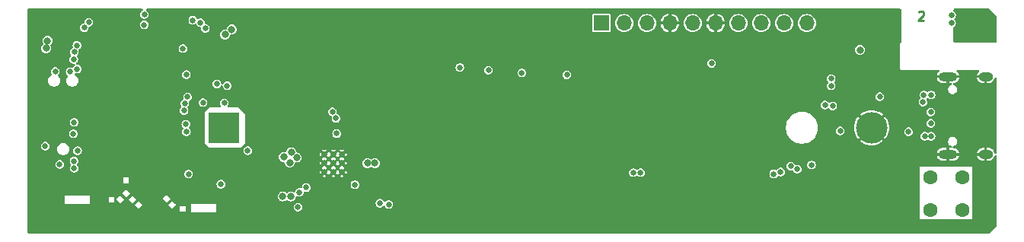
<source format=gbr>
%TF.GenerationSoftware,KiCad,Pcbnew,8.0.3*%
%TF.CreationDate,2025-03-20T13:05:17+01:00*%
%TF.ProjectId,Methanesense,4d657468-616e-4657-9365-6e73652e6b69,v2.0.0*%
%TF.SameCoordinates,Original*%
%TF.FileFunction,Copper,L2,Inr*%
%TF.FilePolarity,Positive*%
%FSLAX46Y46*%
G04 Gerber Fmt 4.6, Leading zero omitted, Abs format (unit mm)*
G04 Created by KiCad (PCBNEW 8.0.3) date 2025-03-20 13:05:17*
%MOMM*%
%LPD*%
G01*
G04 APERTURE LIST*
%ADD10C,0.250000*%
%TA.AperFunction,NonConductor*%
%ADD11C,0.250000*%
%TD*%
%TA.AperFunction,ComponentPad*%
%ADD12R,1.700000X1.700000*%
%TD*%
%TA.AperFunction,ComponentPad*%
%ADD13O,1.700000X1.700000*%
%TD*%
%TA.AperFunction,HeatsinkPad*%
%ADD14C,0.650000*%
%TD*%
%TA.AperFunction,ComponentPad*%
%ADD15O,2.100000X1.000000*%
%TD*%
%TA.AperFunction,ComponentPad*%
%ADD16O,1.600000X1.000000*%
%TD*%
%TA.AperFunction,ComponentPad*%
%ADD17C,1.600000*%
%TD*%
%TA.AperFunction,ComponentPad*%
%ADD18R,3.500000X3.500000*%
%TD*%
%TA.AperFunction,ComponentPad*%
%ADD19C,3.500000*%
%TD*%
%TA.AperFunction,ViaPad*%
%ADD20C,0.650000*%
%TD*%
%TA.AperFunction,ViaPad*%
%ADD21C,0.800000*%
%TD*%
G04 APERTURE END LIST*
D10*
D11*
X142114453Y-50382153D02*
X142162072Y-50334534D01*
X142162072Y-50334534D02*
X142257310Y-50286915D01*
X142257310Y-50286915D02*
X142495405Y-50286915D01*
X142495405Y-50286915D02*
X142590643Y-50334534D01*
X142590643Y-50334534D02*
X142638262Y-50382153D01*
X142638262Y-50382153D02*
X142685881Y-50477391D01*
X142685881Y-50477391D02*
X142685881Y-50572629D01*
X142685881Y-50572629D02*
X142638262Y-50715486D01*
X142638262Y-50715486D02*
X142066834Y-51286915D01*
X142066834Y-51286915D02*
X142685881Y-51286915D01*
D12*
%TO.N,+2V0*%
%TO.C,J5*%
X106840000Y-51600000D03*
D13*
%TO.N,VCC*%
X109380000Y-51600000D03*
%TO.N,+BATT*%
X111920000Y-51600000D03*
%TO.N,GND*%
X114460000Y-51600000D03*
%TO.N,+5VL*%
X117000000Y-51600000D03*
%TO.N,GND*%
X119540000Y-51600000D03*
%TO.N,P0.07*%
X122080000Y-51600000D03*
%TO.N,P0.06*%
X124620000Y-51600000D03*
%TO.N,P0.05*%
X127160000Y-51600000D03*
%TO.N,P0.11*%
X129700000Y-51600000D03*
%TD*%
D14*
%TO.N,GND*%
%TO.C,U3*%
X78015686Y-68200000D03*
X78015686Y-67200000D03*
X78015686Y-66200000D03*
X77015686Y-68200000D03*
X77015686Y-67200000D03*
X77015686Y-66200000D03*
X76015686Y-68200000D03*
X76015686Y-67200000D03*
X76015686Y-66200000D03*
%TD*%
D15*
%TO.N,GND*%
%TO.C,J1*%
X145395000Y-66210000D03*
D16*
X149575000Y-66210000D03*
D15*
X145395000Y-57570000D03*
D16*
X149575000Y-57570000D03*
%TD*%
D17*
%TO.N,Net-(S1-Rh-)*%
%TO.C,S1*%
X147000000Y-72400000D03*
%TO.N,AIN1*%
X143400000Y-72400000D03*
%TO.N,+2V0*%
X143400000Y-68800000D03*
X147000000Y-68800000D03*
%TD*%
D18*
%TO.N,Net-(BT1-+)*%
%TO.C,BT1*%
X64895000Y-63250000D03*
D19*
%TO.N,GND*%
X136895000Y-63250000D03*
%TD*%
D20*
%TO.N,GND*%
X60360000Y-59148603D03*
X130807025Y-70730498D03*
X134967137Y-74670965D03*
X91000000Y-69000000D03*
X115360570Y-59337152D03*
X58078693Y-71921423D03*
X72084820Y-62658533D03*
X104051906Y-54619289D03*
X48400000Y-50800000D03*
X83663828Y-60233283D03*
X89000000Y-67000000D03*
X99900000Y-69500000D03*
X89000000Y-63500000D03*
X59471693Y-72827300D03*
X43325000Y-63500000D03*
X53000000Y-50400000D03*
X123000000Y-65000000D03*
X80465686Y-64549997D03*
X129724696Y-68950001D03*
X56927801Y-73741163D03*
X110993552Y-50329326D03*
X51295000Y-59800000D03*
X80465686Y-65250000D03*
X45034000Y-61810000D03*
X150435838Y-64985153D03*
X48400000Y-60550000D03*
X68000000Y-53100000D03*
X123321269Y-56289503D03*
X96540855Y-66692484D03*
X69654073Y-70125114D03*
X61233319Y-53064598D03*
X54495000Y-61800000D03*
X89967137Y-74670965D03*
X43325000Y-67500000D03*
X56095000Y-61800000D03*
X54495000Y-63800000D03*
X58024265Y-69875735D03*
X100993552Y-50329326D03*
X43325000Y-62500000D03*
X92500000Y-56300000D03*
X138400000Y-72000000D03*
X93493552Y-50329326D03*
X59500000Y-69500000D03*
X141800000Y-62800000D03*
X138200000Y-72800000D03*
X45700000Y-68100000D03*
X125250000Y-57000000D03*
X133200000Y-72200000D03*
X54956344Y-72570122D03*
X54830126Y-70382827D03*
X128493552Y-50329326D03*
X60992882Y-73083680D03*
X44800000Y-51000000D03*
X101513180Y-51724250D03*
X47600000Y-50800000D03*
X49437911Y-70308999D03*
X147661754Y-57133617D03*
X71334306Y-68958591D03*
X52895000Y-55800000D03*
X93750000Y-62750000D03*
X64600000Y-54500000D03*
X50540264Y-72024066D03*
X128751305Y-70667097D03*
D21*
X142500000Y-65200000D03*
D20*
X77000000Y-70500000D03*
X44417080Y-56532074D03*
X138200000Y-60700000D03*
X43325000Y-66500000D03*
X117000000Y-63100000D03*
X51500000Y-69400000D03*
X61815788Y-71225000D03*
X44900000Y-66900000D03*
X85187708Y-63647945D03*
X51700000Y-52100000D03*
X90000000Y-56300000D03*
X46200000Y-70300000D03*
X93778452Y-60111347D03*
X144967137Y-74670965D03*
X43325000Y-60500000D03*
X69100000Y-68000000D03*
X125200000Y-72400000D03*
X52895000Y-63800000D03*
X120600000Y-67200000D03*
X105566234Y-54485671D03*
X115100000Y-55400000D03*
X55295000Y-56800000D03*
D21*
X143500000Y-58600000D03*
D20*
X139700000Y-61000000D03*
X142100000Y-57200000D03*
X125815457Y-54262976D03*
X146400000Y-53200000D03*
X112467137Y-74670965D03*
X69967137Y-74670965D03*
X104416388Y-59494878D03*
X139800000Y-52800000D03*
X58700000Y-69600000D03*
X120993552Y-50329326D03*
X57695000Y-63800000D03*
X84967137Y-74670965D03*
X126000000Y-61000000D03*
X94000000Y-69000000D03*
X56895000Y-66700000D03*
X74000000Y-51300000D03*
X112587523Y-72556738D03*
X143222695Y-57222695D03*
X64900000Y-73400000D03*
X56927801Y-73041160D03*
X56095000Y-57800000D03*
D21*
X82762741Y-63324999D03*
D20*
X115271492Y-64500000D03*
X132467137Y-74670965D03*
X109700000Y-71700000D03*
X52095000Y-62800000D03*
X73100000Y-60900000D03*
X103493552Y-50329326D03*
X118600000Y-53200000D03*
X53695000Y-58800000D03*
X57704149Y-57935037D03*
X132900000Y-67100000D03*
X52095000Y-58800000D03*
X61217277Y-61506721D03*
X51861048Y-72063076D03*
X102467137Y-74670965D03*
X99967137Y-74670965D03*
X49892288Y-72273336D03*
X98493552Y-50329326D03*
X55295000Y-60800000D03*
X94200000Y-54900000D03*
X68400000Y-66400000D03*
X43325000Y-53500000D03*
X107467137Y-74670965D03*
X58537509Y-70230625D03*
X125993552Y-50329326D03*
X133493552Y-50329326D03*
X57695000Y-61800000D03*
X51591148Y-70617046D03*
X60283564Y-73092226D03*
X146000000Y-60000000D03*
X56895000Y-64800000D03*
X95993552Y-50329326D03*
X72000000Y-51300000D03*
X96300000Y-72725000D03*
X71000000Y-59000000D03*
X135993552Y-50329326D03*
X150435838Y-69985153D03*
X44204184Y-73528949D03*
X56895000Y-60800000D03*
X71993552Y-50329326D03*
X92000000Y-67000000D03*
X113493552Y-50329326D03*
X77493552Y-50329326D03*
X132874898Y-52258718D03*
X56095000Y-65800000D03*
X52095000Y-66700000D03*
X46000000Y-66800000D03*
X51187194Y-72024066D03*
X133704110Y-59295890D03*
X77467137Y-74670965D03*
X51000000Y-52184998D03*
X72467137Y-74670965D03*
X97250000Y-59250000D03*
X54495000Y-55800000D03*
X138300000Y-59000000D03*
X119090225Y-71643687D03*
X61625287Y-73297331D03*
X45000000Y-67800000D03*
X139848827Y-50345822D03*
X67467137Y-74670965D03*
X57695000Y-65800000D03*
X69800000Y-67500000D03*
X71500000Y-54500000D03*
X139000000Y-68000000D03*
X63140084Y-54493516D03*
X44426286Y-72148463D03*
X135700000Y-60600000D03*
X43325000Y-64500000D03*
D21*
X142500000Y-58600000D03*
D20*
X132429507Y-55665957D03*
X47890867Y-73530508D03*
X55408842Y-70830265D03*
X130000000Y-66000000D03*
X46600000Y-68900000D03*
X45000000Y-73524592D03*
X48700000Y-51500000D03*
X43325000Y-57500000D03*
X74250000Y-63500000D03*
X74594990Y-64276195D03*
X60400000Y-65900000D03*
X56895000Y-58800000D03*
X92467137Y-74670965D03*
X58000000Y-74000000D03*
X83099666Y-59372195D03*
X60475000Y-53050000D03*
X122467137Y-74670965D03*
X123750000Y-60750000D03*
X52300000Y-69500000D03*
X127200000Y-72800000D03*
X56940380Y-74638990D03*
X45700000Y-50754890D03*
X67900000Y-53900000D03*
X54495000Y-59800000D03*
X118493552Y-50329326D03*
X44960755Y-70574750D03*
X49800000Y-69600000D03*
X93000000Y-52000000D03*
X56095000Y-59800000D03*
X43325000Y-54500000D03*
X72000000Y-61400000D03*
X138200000Y-66200000D03*
X60900000Y-62100889D03*
X56300000Y-71900000D03*
X51987840Y-73524592D03*
X130826101Y-55576878D03*
X137467137Y-74670965D03*
X53752971Y-54800000D03*
X71000000Y-72000000D03*
X131800000Y-65800000D03*
X68000000Y-72000000D03*
X110000000Y-59500000D03*
X64673096Y-68364012D03*
X87467137Y-74670965D03*
X57695000Y-59800000D03*
X53287220Y-72070513D03*
X117467137Y-74670965D03*
X53695000Y-56800000D03*
X53695000Y-62800000D03*
X57534798Y-52207582D03*
X147000000Y-60000000D03*
X52895000Y-59800000D03*
X43325000Y-61500000D03*
X133500000Y-55500000D03*
X56895000Y-56800000D03*
X54392576Y-72920879D03*
X69837719Y-68934583D03*
X120225971Y-70686097D03*
X64800000Y-72600000D03*
X87800000Y-55000000D03*
X142467137Y-74670965D03*
X43325000Y-55500000D03*
X87943835Y-59331914D03*
X44800000Y-58300000D03*
X86503683Y-69280988D03*
X137822534Y-54432539D03*
X74267234Y-62866382D03*
X53997188Y-71653635D03*
X50600000Y-69600000D03*
X55900000Y-70200000D03*
X51295000Y-61800000D03*
X52100000Y-54800000D03*
X61153620Y-64470975D03*
X46400000Y-71100000D03*
X82944816Y-54997871D03*
X79967137Y-74670965D03*
X104882265Y-68481414D03*
X113200000Y-67000000D03*
X54753056Y-73524592D03*
X104967137Y-74670965D03*
X100200000Y-72700000D03*
X126000000Y-65000000D03*
X95000000Y-67000000D03*
X136126751Y-53858480D03*
X51295000Y-65800000D03*
X113700000Y-54800000D03*
X53219468Y-69507402D03*
X86659570Y-71196168D03*
X110895038Y-72556738D03*
X57695000Y-55800000D03*
X61100000Y-58900000D03*
X94967137Y-74670965D03*
X70900000Y-60900000D03*
X123493552Y-50329326D03*
X55295000Y-64800000D03*
X53695000Y-66700000D03*
X115300000Y-62900000D03*
X73848036Y-64351270D03*
X115993552Y-50329326D03*
X101513180Y-54441132D03*
X54495000Y-65800000D03*
X82493552Y-50329326D03*
X52895000Y-65800000D03*
X52095000Y-64800000D03*
X48525000Y-52300000D03*
X101051215Y-59425595D03*
X73900000Y-58200000D03*
X54518393Y-72049928D03*
X51295000Y-57800000D03*
X54500000Y-50400000D03*
X103300000Y-69500000D03*
X60600000Y-51285000D03*
X52895000Y-61800000D03*
X55295000Y-58800000D03*
X53122159Y-70399930D03*
X53695000Y-64800000D03*
X64967137Y-74670965D03*
X63983052Y-60448514D03*
X68596527Y-70042790D03*
X125400000Y-67200000D03*
X59517451Y-71108015D03*
X46400000Y-71900000D03*
X43325000Y-50500000D03*
X87966105Y-60200425D03*
X73993552Y-50329326D03*
X44625000Y-52000000D03*
X72000000Y-59000000D03*
X50212134Y-70497250D03*
X132500000Y-59500000D03*
X97467137Y-74670965D03*
X43325000Y-59500000D03*
X55286515Y-52206569D03*
X119500000Y-59500000D03*
X139465531Y-54387041D03*
X59234519Y-51285000D03*
X53371023Y-73524592D03*
X150435838Y-71985153D03*
X53695000Y-60800000D03*
X64900000Y-71100000D03*
X46300000Y-69500000D03*
X56095000Y-55800000D03*
X57595000Y-69425735D03*
X56700000Y-52300000D03*
X113389226Y-70775175D03*
X79000000Y-52000000D03*
X43325000Y-72500000D03*
X59112940Y-70566768D03*
X55295000Y-54800000D03*
X104993552Y-50329326D03*
X50889626Y-70590556D03*
X90993552Y-50329326D03*
X114967137Y-74670965D03*
X147467137Y-74670965D03*
X52900000Y-72800000D03*
X127467137Y-74670965D03*
X59879731Y-51285000D03*
X102523991Y-67093335D03*
X64900000Y-70400000D03*
X43325000Y-52500000D03*
X46500000Y-56000000D03*
X54495000Y-57800000D03*
X69500000Y-66200000D03*
X82467137Y-74670965D03*
X139967137Y-74670965D03*
X52000000Y-72800000D03*
X100750000Y-63000000D03*
X55700000Y-69500000D03*
X46700000Y-50900000D03*
X47000000Y-73524594D03*
X55295000Y-62800000D03*
X61700000Y-74100000D03*
X119000000Y-62000000D03*
X55295000Y-66700000D03*
X61300000Y-70500000D03*
X64700000Y-67500000D03*
X61122313Y-71300000D03*
X109659570Y-65349925D03*
X52497014Y-72142920D03*
X66961860Y-53438139D03*
X69749062Y-68136673D03*
X45000000Y-69000000D03*
X56095000Y-63800000D03*
X52095000Y-60800000D03*
X43325000Y-56500000D03*
X75400000Y-54500000D03*
X44700000Y-52700000D03*
X45500000Y-55800000D03*
X43325000Y-69500000D03*
X49300000Y-50900000D03*
X150435838Y-58985153D03*
X60967137Y-74670965D03*
X107555757Y-72632062D03*
X56395000Y-69511081D03*
X150100000Y-74200000D03*
X74967137Y-74670965D03*
X85500000Y-52000000D03*
X52895000Y-57800000D03*
X150435838Y-60985153D03*
X52095000Y-56800000D03*
X105500000Y-64684302D03*
X48800000Y-73520771D03*
X58480384Y-74657269D03*
D21*
X82473632Y-69400000D03*
D20*
X136800000Y-72800000D03*
X56900000Y-71400000D03*
X122800000Y-67200000D03*
X117208941Y-59359422D03*
X60400000Y-65200000D03*
X47000000Y-56800000D03*
X136200000Y-68000000D03*
X146000000Y-63000000D03*
X108000000Y-67500000D03*
X83493552Y-50329326D03*
X108493552Y-50329326D03*
X150435838Y-67985153D03*
X123100000Y-54300000D03*
X59000000Y-74000000D03*
X130993552Y-50329326D03*
X85993552Y-50329326D03*
X45034000Y-63080000D03*
X52671020Y-73524592D03*
X43325000Y-51500000D03*
X93711643Y-59220566D03*
X110000000Y-54000000D03*
X64800000Y-71800000D03*
D21*
X143500000Y-65200000D03*
D20*
X43325000Y-68500000D03*
X43325000Y-58500000D03*
X65300000Y-54400000D03*
X56710891Y-70259421D03*
X150435838Y-62985153D03*
X119967137Y-74670965D03*
X43325000Y-65500000D03*
X43325000Y-71500000D03*
X58711098Y-72545282D03*
X106100000Y-63200000D03*
X56895000Y-62800000D03*
X85576878Y-66803831D03*
X86000000Y-56800000D03*
X150400000Y-52400000D03*
X61145350Y-65193243D03*
X117231210Y-65349925D03*
X43400000Y-73524592D03*
X51295000Y-55800000D03*
X118099722Y-67153757D03*
X43325000Y-70500000D03*
X60342228Y-64415544D03*
X57605224Y-71226887D03*
X124967137Y-74670965D03*
X88493552Y-50329326D03*
X121000000Y-54000000D03*
X45100000Y-72300000D03*
X51295000Y-63800000D03*
X56764404Y-72380358D03*
X129967137Y-74670965D03*
X150276587Y-51019051D03*
X45034000Y-60540000D03*
X87300000Y-56300000D03*
X74600000Y-58700000D03*
X109967137Y-74670965D03*
X54062317Y-73524594D03*
X61497318Y-57350000D03*
X79493552Y-50329326D03*
X53700000Y-72700000D03*
%TO.N,/POWER/USBDN*%
X143485438Y-62763088D03*
X143473382Y-61503088D03*
%TO.N,+2V0*%
X82214559Y-71651850D03*
X77400000Y-63900000D03*
X56017399Y-50653333D03*
X56000000Y-51800000D03*
X45000000Y-65300000D03*
X83200000Y-71800000D03*
D21*
%TO.N,VCC*%
X80815686Y-67200000D03*
D20*
X60933355Y-68403730D03*
D21*
X65725833Y-52325000D03*
X72300000Y-70900000D03*
D20*
X73100000Y-72100000D03*
D21*
X72350000Y-65965686D03*
X45105542Y-54418770D03*
X45233111Y-53591773D03*
X81656386Y-67189070D03*
D20*
X64529631Y-69533063D03*
D21*
X71400000Y-70900000D03*
X65000000Y-52875000D03*
D20*
X79435093Y-69598432D03*
D21*
X72950000Y-66565686D03*
D20*
%TO.N,+5VL*%
X143500000Y-64200000D03*
X142799997Y-64200000D03*
X142700000Y-59600000D03*
X143500000Y-59600000D03*
D21*
X72181832Y-67124634D03*
X135600000Y-54600000D03*
X71515686Y-66500000D03*
D20*
%TO.N,+BATT*%
X67500000Y-65800000D03*
%TO.N,/POWER/CC1*%
X141000000Y-63700000D03*
X73242637Y-70452178D03*
%TO.N,/POWER/CC2*%
X74015686Y-69900000D03*
X142600000Y-60400000D03*
%TO.N,+1V8SIM*%
X48204062Y-67750000D03*
X64080025Y-58387130D03*
%TO.N,P0.06*%
X94277263Y-56850000D03*
X62269323Y-51570683D03*
%TO.N,P0.07*%
X61400000Y-51300000D03*
X91100000Y-56550000D03*
%TO.N,P0.05*%
X62800000Y-52200000D03*
X97986091Y-57150000D03*
%TO.N,~{RESET}*%
X46113580Y-56997464D03*
%TO.N,SWDIO*%
X48113107Y-63924999D03*
%TO.N,SWDCLK*%
X48197919Y-62654999D03*
%TO.N,SWO*%
X60697315Y-57350000D03*
%TO.N,SIM_RST*%
X46594637Y-67335173D03*
X65218934Y-58576667D03*
%TO.N,SIM_CLK*%
X48588348Y-65809569D03*
X64912341Y-60509841D03*
%TO.N,SIM_IO*%
X48196841Y-66950030D03*
X62546459Y-60455766D03*
%TO.N,P0.12*%
X132400000Y-57800000D03*
X49332938Y-52131393D03*
%TO.N,P0.29*%
X76924265Y-61475735D03*
X126769222Y-68180222D03*
X145800000Y-50724997D03*
X60515579Y-60547937D03*
%TO.N,P0.31*%
X110400000Y-68250000D03*
X60815484Y-59806279D03*
%TO.N,P0.15{slash}AIN2*%
X48229499Y-54841147D03*
X132572919Y-60825000D03*
%TO.N,P0.11*%
X103000000Y-57375000D03*
X49841493Y-51513839D03*
%TO.N,P0.16{slash}AIN3*%
X137800000Y-59800000D03*
X48167472Y-55641294D03*
X133400000Y-63600000D03*
X131703520Y-60733419D03*
%TO.N,P0.19{slash}AIN6*%
X47767062Y-57027199D03*
X127893686Y-67525000D03*
%TO.N,P0.26*%
X60700000Y-63700000D03*
X128624696Y-67850000D03*
%TO.N,P0.14{slash}AIN1*%
X48520500Y-54088730D03*
X132400000Y-58600000D03*
%TO.N,P0.28*%
X145800000Y-51600000D03*
X60434045Y-61343774D03*
X126000000Y-68400000D03*
X77322101Y-62200000D03*
%TO.N,P0.27*%
X60632750Y-62854932D03*
X111200000Y-68250000D03*
%TO.N,P0.04*%
X60300757Y-54449621D03*
X119100000Y-56100000D03*
%TO.N,P0.18{slash}AIN5*%
X130212653Y-67387347D03*
X48556147Y-56717246D03*
%TD*%
%TA.AperFunction,Conductor*%
%TO.N,GND*%
G36*
X55799227Y-50019685D02*
G01*
X55844982Y-50072489D01*
X55854926Y-50141647D01*
X55825901Y-50205203D01*
X55799229Y-50228313D01*
X55752694Y-50258219D01*
X55702809Y-50290278D01*
X55702808Y-50290279D01*
X55613271Y-50393611D01*
X55613266Y-50393618D01*
X55556469Y-50517987D01*
X55556467Y-50517995D01*
X55537009Y-50653333D01*
X55556467Y-50788670D01*
X55556469Y-50788678D01*
X55613266Y-50913047D01*
X55613271Y-50913054D01*
X55702808Y-51016386D01*
X55702812Y-51016390D01*
X55741823Y-51041460D01*
X55817836Y-51090310D01*
X55817840Y-51090312D01*
X55868322Y-51105135D01*
X55927101Y-51142909D01*
X55956126Y-51206465D01*
X55946183Y-51275623D01*
X55900428Y-51328427D01*
X55868323Y-51343089D01*
X55800440Y-51363021D01*
X55685413Y-51436942D01*
X55685409Y-51436946D01*
X55595872Y-51540278D01*
X55595867Y-51540285D01*
X55539070Y-51664654D01*
X55539068Y-51664662D01*
X55519610Y-51800000D01*
X55539068Y-51935337D01*
X55539070Y-51935345D01*
X55595867Y-52059714D01*
X55595872Y-52059721D01*
X55685409Y-52163053D01*
X55685413Y-52163057D01*
X55742899Y-52200000D01*
X55800439Y-52236978D01*
X55866036Y-52256239D01*
X55931632Y-52275500D01*
X55931633Y-52275500D01*
X56068367Y-52275500D01*
X56199561Y-52236978D01*
X56314589Y-52163055D01*
X56404130Y-52059718D01*
X56460931Y-51935342D01*
X56480390Y-51800000D01*
X56460931Y-51664658D01*
X56448677Y-51637827D01*
X56404132Y-51540285D01*
X56404127Y-51540278D01*
X56314590Y-51436946D01*
X56314586Y-51436942D01*
X56199559Y-51363021D01*
X56149074Y-51348197D01*
X56090296Y-51310422D01*
X56085537Y-51300000D01*
X60919610Y-51300000D01*
X60939068Y-51435337D01*
X60939070Y-51435345D01*
X60995867Y-51559714D01*
X60995872Y-51559721D01*
X61085409Y-51663053D01*
X61085413Y-51663057D01*
X61134207Y-51694414D01*
X61200439Y-51736978D01*
X61244788Y-51750000D01*
X61331632Y-51775500D01*
X61331633Y-51775500D01*
X61468367Y-51775500D01*
X61599561Y-51736978D01*
X61651553Y-51703565D01*
X61718589Y-51683882D01*
X61785629Y-51703567D01*
X61831383Y-51756369D01*
X61865193Y-51830401D01*
X61865195Y-51830404D01*
X61954732Y-51933736D01*
X61954736Y-51933740D01*
X62015302Y-51972662D01*
X62069762Y-52007661D01*
X62135359Y-52026922D01*
X62200955Y-52046183D01*
X62209733Y-52047445D01*
X62209457Y-52049364D01*
X62265661Y-52065868D01*
X62311416Y-52118672D01*
X62321360Y-52187830D01*
X62321360Y-52187831D01*
X62319610Y-52200000D01*
X62339068Y-52335337D01*
X62339070Y-52335345D01*
X62395867Y-52459714D01*
X62395872Y-52459721D01*
X62485409Y-52563053D01*
X62485413Y-52563057D01*
X62530085Y-52591765D01*
X62600439Y-52636978D01*
X62666036Y-52656239D01*
X62731632Y-52675500D01*
X62731633Y-52675500D01*
X62868367Y-52675500D01*
X62999561Y-52636978D01*
X63114589Y-52563055D01*
X63204130Y-52459718D01*
X63260931Y-52335342D01*
X63280390Y-52200000D01*
X63260931Y-52064658D01*
X63234413Y-52006592D01*
X63204132Y-51940285D01*
X63204127Y-51940278D01*
X63114590Y-51836946D01*
X63114586Y-51836942D01*
X63010030Y-51769750D01*
X62999561Y-51763022D01*
X62999560Y-51763021D01*
X62999559Y-51763021D01*
X62868367Y-51724499D01*
X62859590Y-51723238D01*
X62859865Y-51721318D01*
X62803662Y-51704815D01*
X62757907Y-51652011D01*
X62747963Y-51582853D01*
X62747963Y-51582852D01*
X62749713Y-51570683D01*
X62730254Y-51435341D01*
X62715881Y-51403868D01*
X62673455Y-51310968D01*
X62673450Y-51310961D01*
X62583913Y-51207629D01*
X62583909Y-51207625D01*
X62483206Y-51142909D01*
X62468884Y-51133705D01*
X62468883Y-51133704D01*
X62468882Y-51133704D01*
X62337691Y-51095183D01*
X62337690Y-51095183D01*
X62200956Y-51095183D01*
X62200955Y-51095183D01*
X62069764Y-51133703D01*
X62017770Y-51167117D01*
X61950730Y-51186800D01*
X61883691Y-51167114D01*
X61837939Y-51114312D01*
X61804671Y-51041467D01*
X61804130Y-51040282D01*
X61802446Y-51038339D01*
X61714590Y-50936946D01*
X61714586Y-50936942D01*
X61599559Y-50863021D01*
X61468368Y-50824500D01*
X61468367Y-50824500D01*
X61331633Y-50824500D01*
X61331632Y-50824500D01*
X61200440Y-50863021D01*
X61085413Y-50936942D01*
X61085409Y-50936946D01*
X60995872Y-51040278D01*
X60995867Y-51040285D01*
X60939070Y-51164654D01*
X60939068Y-51164662D01*
X60919610Y-51300000D01*
X56085537Y-51300000D01*
X56061272Y-51246866D01*
X56071216Y-51177708D01*
X56116971Y-51124904D01*
X56149069Y-51110245D01*
X56216960Y-51090311D01*
X56331988Y-51016388D01*
X56421529Y-50913051D01*
X56478330Y-50788675D01*
X56497789Y-50653333D01*
X56478330Y-50517991D01*
X56466076Y-50491160D01*
X56421531Y-50393618D01*
X56421526Y-50393611D01*
X56331989Y-50290279D01*
X56331988Y-50290278D01*
X56328912Y-50288301D01*
X56235569Y-50228314D01*
X56189816Y-50175512D01*
X56179872Y-50106354D01*
X56208896Y-50042798D01*
X56267674Y-50005023D01*
X56302610Y-50000000D01*
X140076000Y-50000000D01*
X140143039Y-50019685D01*
X140188794Y-50072489D01*
X140200000Y-50124000D01*
X140200000Y-53665088D01*
X140180315Y-53732127D01*
X140163681Y-53752769D01*
X140030025Y-53886424D01*
X140030024Y-53886425D01*
X139999500Y-53960116D01*
X139999500Y-56639883D01*
X140009550Y-56664145D01*
X140030024Y-56713574D01*
X140086426Y-56769976D01*
X140160118Y-56800500D01*
X144327898Y-56800500D01*
X144394937Y-56820185D01*
X144440692Y-56872989D01*
X144450636Y-56942147D01*
X144421611Y-57005703D01*
X144403139Y-57021999D01*
X144403480Y-57022414D01*
X144398770Y-57026278D01*
X144301275Y-57123773D01*
X144224671Y-57238420D01*
X144224664Y-57238433D01*
X144171901Y-57365815D01*
X144171899Y-57365823D01*
X144161122Y-57419999D01*
X144161123Y-57420000D01*
X144585192Y-57420000D01*
X144565444Y-57454204D01*
X144545000Y-57530504D01*
X144545000Y-57609496D01*
X144565444Y-57685796D01*
X144585192Y-57720000D01*
X144161123Y-57720000D01*
X144171899Y-57774176D01*
X144171901Y-57774184D01*
X144224664Y-57901566D01*
X144224671Y-57901579D01*
X144301275Y-58016226D01*
X144398773Y-58113724D01*
X144513420Y-58190328D01*
X144513433Y-58190335D01*
X144640813Y-58243097D01*
X144640823Y-58243100D01*
X144776053Y-58270000D01*
X145245000Y-58270000D01*
X145245000Y-57870000D01*
X145545000Y-57870000D01*
X145545000Y-58270000D01*
X145724423Y-58270000D01*
X145791462Y-58289685D01*
X145837217Y-58342489D01*
X145847161Y-58411647D01*
X145818136Y-58475203D01*
X145759358Y-58512977D01*
X145756549Y-58513765D01*
X145714902Y-58524925D01*
X145699884Y-58528949D01*
X145699881Y-58528950D01*
X145584619Y-58595497D01*
X145584613Y-58595501D01*
X145490501Y-58689613D01*
X145490497Y-58689619D01*
X145423950Y-58804881D01*
X145423949Y-58804884D01*
X145389500Y-58933450D01*
X145389500Y-59066550D01*
X145423949Y-59195116D01*
X145490499Y-59310384D01*
X145584616Y-59404501D01*
X145699884Y-59471051D01*
X145828450Y-59505500D01*
X145828452Y-59505500D01*
X145961548Y-59505500D01*
X145961550Y-59505500D01*
X146090116Y-59471051D01*
X146205384Y-59404501D01*
X146299501Y-59310384D01*
X146366051Y-59195116D01*
X146400500Y-59066550D01*
X146400500Y-58933450D01*
X146366051Y-58804884D01*
X146299501Y-58689616D01*
X146205384Y-58595499D01*
X146090118Y-58528950D01*
X146090117Y-58528949D01*
X146016688Y-58509274D01*
X145957027Y-58472908D01*
X145926499Y-58410061D01*
X145934794Y-58340686D01*
X145979280Y-58286808D01*
X146024591Y-58267882D01*
X146149174Y-58243100D01*
X146149186Y-58243097D01*
X146276566Y-58190335D01*
X146276579Y-58190328D01*
X146391226Y-58113724D01*
X146488724Y-58016226D01*
X146565328Y-57901579D01*
X146565335Y-57901566D01*
X146618098Y-57774184D01*
X146618100Y-57774176D01*
X146628877Y-57720000D01*
X146204808Y-57720000D01*
X146224556Y-57685796D01*
X146245000Y-57609496D01*
X146245000Y-57530504D01*
X146224556Y-57454204D01*
X146204808Y-57420000D01*
X146628877Y-57420000D01*
X146628877Y-57419999D01*
X146618100Y-57365823D01*
X146618098Y-57365815D01*
X146565335Y-57238433D01*
X146565328Y-57238420D01*
X146488724Y-57123773D01*
X146391229Y-57026278D01*
X146386520Y-57022414D01*
X146387686Y-57020992D01*
X146348406Y-56973990D01*
X146339699Y-56904665D01*
X146369854Y-56841637D01*
X146429297Y-56804918D01*
X146462102Y-56800500D01*
X148757898Y-56800500D01*
X148824937Y-56820185D01*
X148870692Y-56872989D01*
X148880636Y-56942147D01*
X148851611Y-57005703D01*
X148833139Y-57021999D01*
X148833480Y-57022414D01*
X148828770Y-57026278D01*
X148731275Y-57123773D01*
X148654671Y-57238420D01*
X148654664Y-57238433D01*
X148601901Y-57365815D01*
X148601899Y-57365823D01*
X148591122Y-57419999D01*
X148591123Y-57420000D01*
X149015192Y-57420000D01*
X148995444Y-57454204D01*
X148975000Y-57530504D01*
X148975000Y-57609496D01*
X148995444Y-57685796D01*
X149015192Y-57720000D01*
X148591123Y-57720000D01*
X148601899Y-57774176D01*
X148601901Y-57774184D01*
X148654664Y-57901566D01*
X148654671Y-57901579D01*
X148731275Y-58016226D01*
X148828773Y-58113724D01*
X148943420Y-58190328D01*
X148943433Y-58190335D01*
X149070813Y-58243097D01*
X149070823Y-58243100D01*
X149206053Y-58270000D01*
X149425000Y-58270000D01*
X149425000Y-57870000D01*
X149725000Y-57870000D01*
X149725000Y-58270000D01*
X149943946Y-58270000D01*
X150079176Y-58243100D01*
X150079186Y-58243097D01*
X150206566Y-58190335D01*
X150206579Y-58190328D01*
X150321226Y-58113724D01*
X150418724Y-58016226D01*
X150495328Y-57901579D01*
X150495335Y-57901566D01*
X150548097Y-57774186D01*
X150548100Y-57774176D01*
X150553883Y-57745106D01*
X150586268Y-57683195D01*
X150646984Y-57648621D01*
X150716753Y-57652361D01*
X150773425Y-57693228D01*
X150799007Y-57758246D01*
X150799500Y-57769298D01*
X150799500Y-66010701D01*
X150779815Y-66077740D01*
X150727011Y-66123495D01*
X150657853Y-66133439D01*
X150594297Y-66104414D01*
X150556523Y-66045636D01*
X150553883Y-66034893D01*
X150548100Y-66005823D01*
X150548097Y-66005813D01*
X150495335Y-65878433D01*
X150495328Y-65878420D01*
X150418724Y-65763773D01*
X150321226Y-65666275D01*
X150206579Y-65589671D01*
X150206566Y-65589664D01*
X150079186Y-65536902D01*
X150079176Y-65536899D01*
X149943946Y-65510000D01*
X149725000Y-65510000D01*
X149725000Y-65910000D01*
X149425000Y-65910000D01*
X149425000Y-65510000D01*
X149206054Y-65510000D01*
X149070823Y-65536899D01*
X149070813Y-65536902D01*
X148943433Y-65589664D01*
X148943420Y-65589671D01*
X148828773Y-65666275D01*
X148731275Y-65763773D01*
X148654671Y-65878420D01*
X148654664Y-65878433D01*
X148601901Y-66005815D01*
X148601899Y-66005823D01*
X148591122Y-66059999D01*
X148591123Y-66060000D01*
X149015192Y-66060000D01*
X148995444Y-66094204D01*
X148975000Y-66170504D01*
X148975000Y-66249496D01*
X148995444Y-66325796D01*
X149015192Y-66360000D01*
X148591123Y-66360000D01*
X148601899Y-66414176D01*
X148601901Y-66414184D01*
X148654664Y-66541566D01*
X148654671Y-66541579D01*
X148731275Y-66656226D01*
X148828773Y-66753724D01*
X148943420Y-66830328D01*
X148943433Y-66830335D01*
X149070813Y-66883097D01*
X149070823Y-66883100D01*
X149206053Y-66910000D01*
X149425000Y-66910000D01*
X149425000Y-66510000D01*
X149725000Y-66510000D01*
X149725000Y-66910000D01*
X149943946Y-66910000D01*
X150079176Y-66883100D01*
X150079186Y-66883097D01*
X150206566Y-66830335D01*
X150206579Y-66830328D01*
X150321226Y-66753724D01*
X150418724Y-66656226D01*
X150495328Y-66541579D01*
X150495335Y-66541566D01*
X150548097Y-66414186D01*
X150548100Y-66414176D01*
X150553883Y-66385106D01*
X150586268Y-66323195D01*
X150646984Y-66288621D01*
X150716753Y-66292361D01*
X150773425Y-66333228D01*
X150799007Y-66398246D01*
X150799500Y-66409298D01*
X150799500Y-74074545D01*
X150779815Y-74141584D01*
X150767253Y-74157956D01*
X150038658Y-74959411D01*
X149978997Y-74995775D01*
X149946905Y-75000000D01*
X43124000Y-75000000D01*
X43056961Y-74980315D01*
X43011206Y-74927511D01*
X43000000Y-74876000D01*
X43000000Y-73420000D01*
X142265000Y-73420000D01*
X148065000Y-73420000D01*
X148065000Y-67620000D01*
X142265000Y-67620000D01*
X142265000Y-73420000D01*
X43000000Y-73420000D01*
X43000000Y-72578835D01*
X59980499Y-72578835D01*
X60600499Y-72578835D01*
X60600499Y-71958835D01*
X59980499Y-71958835D01*
X59980499Y-72578835D01*
X43000000Y-72578835D01*
X43000000Y-71839479D01*
X54912784Y-71839479D01*
X55351190Y-72277885D01*
X55789596Y-71839479D01*
X55776736Y-71826619D01*
X58690269Y-71826619D01*
X59128675Y-72265025D01*
X59567081Y-71826619D01*
X59447178Y-71706716D01*
X61214792Y-71706716D01*
X61214792Y-72683277D01*
X64025998Y-72686575D01*
X64025998Y-72686574D01*
X64025999Y-72686575D01*
X64033872Y-72100000D01*
X72619610Y-72100000D01*
X72639068Y-72235337D01*
X72639070Y-72235345D01*
X72695867Y-72359714D01*
X72695872Y-72359721D01*
X72785409Y-72463053D01*
X72785413Y-72463057D01*
X72845979Y-72501979D01*
X72900439Y-72536978D01*
X72966036Y-72556239D01*
X73031632Y-72575500D01*
X73031633Y-72575500D01*
X73168367Y-72575500D01*
X73299561Y-72536978D01*
X73414589Y-72463055D01*
X73504130Y-72359718D01*
X73560931Y-72235342D01*
X73580390Y-72100000D01*
X73560931Y-71964658D01*
X73536687Y-71911571D01*
X73504132Y-71840285D01*
X73504127Y-71840278D01*
X73414590Y-71736946D01*
X73414586Y-71736942D01*
X73302113Y-71664662D01*
X73299561Y-71663022D01*
X73299560Y-71663021D01*
X73299559Y-71663021D01*
X73261514Y-71651850D01*
X81734169Y-71651850D01*
X81753627Y-71787187D01*
X81753629Y-71787195D01*
X81810426Y-71911564D01*
X81810431Y-71911571D01*
X81899968Y-72014903D01*
X81899972Y-72014907D01*
X81960538Y-72053829D01*
X82014998Y-72088828D01*
X82080595Y-72108089D01*
X82146191Y-72127350D01*
X82146192Y-72127350D01*
X82282926Y-72127350D01*
X82414120Y-72088828D01*
X82529148Y-72014905D01*
X82564059Y-71974615D01*
X82622834Y-71936842D01*
X82692703Y-71936841D01*
X82751482Y-71974615D01*
X82770564Y-72004307D01*
X82795869Y-72059716D01*
X82795872Y-72059721D01*
X82885409Y-72163053D01*
X82885413Y-72163057D01*
X82945979Y-72201979D01*
X83000439Y-72236978D01*
X83066036Y-72256239D01*
X83131632Y-72275500D01*
X83131633Y-72275500D01*
X83268367Y-72275500D01*
X83399561Y-72236978D01*
X83514589Y-72163055D01*
X83604130Y-72059718D01*
X83660931Y-71935342D01*
X83680390Y-71800000D01*
X83660931Y-71664658D01*
X83632265Y-71601888D01*
X83604132Y-71540285D01*
X83604127Y-71540278D01*
X83514590Y-71436946D01*
X83514586Y-71436942D01*
X83399559Y-71363021D01*
X83268368Y-71324500D01*
X83268367Y-71324500D01*
X83131633Y-71324500D01*
X83131632Y-71324500D01*
X83000440Y-71363021D01*
X82885413Y-71436942D01*
X82885412Y-71436944D01*
X82850500Y-71477234D01*
X82791721Y-71515008D01*
X82721852Y-71515007D01*
X82663074Y-71477232D01*
X82643994Y-71447541D01*
X82618691Y-71392135D01*
X82618686Y-71392128D01*
X82529149Y-71288796D01*
X82529145Y-71288792D01*
X82414118Y-71214871D01*
X82282927Y-71176350D01*
X82282926Y-71176350D01*
X82146192Y-71176350D01*
X82146191Y-71176350D01*
X82014999Y-71214871D01*
X81899972Y-71288792D01*
X81899968Y-71288796D01*
X81810431Y-71392128D01*
X81810426Y-71392135D01*
X81753629Y-71516504D01*
X81753627Y-71516512D01*
X81734169Y-71651850D01*
X73261514Y-71651850D01*
X73168368Y-71624500D01*
X73168367Y-71624500D01*
X73031633Y-71624500D01*
X73031632Y-71624500D01*
X72900440Y-71663021D01*
X72785413Y-71736942D01*
X72785409Y-71736946D01*
X72695872Y-71840278D01*
X72695867Y-71840285D01*
X72639070Y-71964654D01*
X72639068Y-71964662D01*
X72619610Y-72100000D01*
X64033872Y-72100000D01*
X64039195Y-71703416D01*
X64039193Y-71703416D01*
X64039194Y-71703415D01*
X61214792Y-71706716D01*
X59447178Y-71706716D01*
X59128675Y-71388213D01*
X58690269Y-71826619D01*
X55776736Y-71826619D01*
X55351190Y-71401073D01*
X54912784Y-71839479D01*
X43000000Y-71839479D01*
X43000000Y-70793973D01*
X47142211Y-70793973D01*
X47142211Y-71770534D01*
X49953417Y-71773832D01*
X49953417Y-71773831D01*
X49953418Y-71773832D01*
X49955961Y-71584359D01*
X52031297Y-71584359D01*
X52651297Y-71584359D01*
X52651297Y-71298092D01*
X52670982Y-71231053D01*
X52682574Y-71221007D01*
X52681155Y-71219945D01*
X52872512Y-71219945D01*
X53310918Y-71658351D01*
X53749324Y-71219945D01*
X53741311Y-71211932D01*
X54236848Y-71211932D01*
X54675254Y-71650338D01*
X55113660Y-71211932D01*
X55065210Y-71163482D01*
X58027131Y-71163482D01*
X58465537Y-71601888D01*
X58903943Y-71163482D01*
X58640460Y-70899999D01*
X70844750Y-70899999D01*
X70844750Y-70900000D01*
X70863670Y-71043708D01*
X70863671Y-71043712D01*
X70919137Y-71177622D01*
X70919138Y-71177624D01*
X70919139Y-71177625D01*
X71007379Y-71292621D01*
X71122375Y-71380861D01*
X71122376Y-71380861D01*
X71122377Y-71380862D01*
X71149576Y-71392128D01*
X71256291Y-71436330D01*
X71383280Y-71453048D01*
X71399999Y-71455250D01*
X71400000Y-71455250D01*
X71400001Y-71455250D01*
X71414977Y-71453278D01*
X71543709Y-71436330D01*
X71677625Y-71380861D01*
X71774515Y-71306514D01*
X71839682Y-71281321D01*
X71908127Y-71295359D01*
X71925480Y-71306510D01*
X72022375Y-71380861D01*
X72022376Y-71380861D01*
X72022377Y-71380862D01*
X72049576Y-71392128D01*
X72156291Y-71436330D01*
X72283280Y-71453048D01*
X72299999Y-71455250D01*
X72300000Y-71455250D01*
X72300001Y-71455250D01*
X72314977Y-71453278D01*
X72443709Y-71436330D01*
X72577625Y-71380861D01*
X72692621Y-71292621D01*
X72780861Y-71177625D01*
X72836330Y-71043709D01*
X72845701Y-70972529D01*
X72873966Y-70908636D01*
X72932290Y-70870164D01*
X73002155Y-70869332D01*
X73035676Y-70884400D01*
X73043076Y-70889156D01*
X73108673Y-70908417D01*
X73174269Y-70927678D01*
X73174270Y-70927678D01*
X73311004Y-70927678D01*
X73442198Y-70889156D01*
X73557226Y-70815233D01*
X73646767Y-70711896D01*
X73703568Y-70587520D01*
X73722324Y-70457062D01*
X73751348Y-70393508D01*
X73810126Y-70355733D01*
X73879996Y-70355733D01*
X73947316Y-70375499D01*
X73947318Y-70375500D01*
X73947319Y-70375500D01*
X74084053Y-70375500D01*
X74215247Y-70336978D01*
X74330275Y-70263055D01*
X74419816Y-70159718D01*
X74476617Y-70035342D01*
X74496076Y-69900000D01*
X74476617Y-69764658D01*
X74432661Y-69668408D01*
X74419818Y-69640285D01*
X74419813Y-69640278D01*
X74383554Y-69598432D01*
X78954703Y-69598432D01*
X78974161Y-69733769D01*
X78974163Y-69733777D01*
X79030960Y-69858146D01*
X79030965Y-69858153D01*
X79120502Y-69961485D01*
X79120506Y-69961489D01*
X79174899Y-69996444D01*
X79235532Y-70035410D01*
X79301129Y-70054671D01*
X79366725Y-70073932D01*
X79366726Y-70073932D01*
X79503460Y-70073932D01*
X79634654Y-70035410D01*
X79749682Y-69961487D01*
X79839223Y-69858150D01*
X79896024Y-69733774D01*
X79915483Y-69598432D01*
X79896024Y-69463090D01*
X79866169Y-69397717D01*
X79839225Y-69338717D01*
X79839220Y-69338710D01*
X79749683Y-69235378D01*
X79749679Y-69235374D01*
X79634652Y-69161453D01*
X79503461Y-69122932D01*
X79503460Y-69122932D01*
X79366726Y-69122932D01*
X79366725Y-69122932D01*
X79235533Y-69161453D01*
X79120506Y-69235374D01*
X79120502Y-69235378D01*
X79030965Y-69338710D01*
X79030960Y-69338717D01*
X78974163Y-69463086D01*
X78974161Y-69463094D01*
X78954703Y-69598432D01*
X74383554Y-69598432D01*
X74330276Y-69536946D01*
X74330272Y-69536942D01*
X74215359Y-69463094D01*
X74215247Y-69463022D01*
X74215246Y-69463021D01*
X74215245Y-69463021D01*
X74084054Y-69424500D01*
X74084053Y-69424500D01*
X73947319Y-69424500D01*
X73947318Y-69424500D01*
X73816126Y-69463021D01*
X73701099Y-69536942D01*
X73701095Y-69536946D01*
X73611558Y-69640278D01*
X73611553Y-69640285D01*
X73554756Y-69764654D01*
X73554754Y-69764662D01*
X73535998Y-69895114D01*
X73506973Y-69958670D01*
X73448195Y-69996444D01*
X73378327Y-69996445D01*
X73311004Y-69976678D01*
X73174270Y-69976678D01*
X73174269Y-69976678D01*
X73043077Y-70015199D01*
X72928050Y-70089120D01*
X72928046Y-70089124D01*
X72838509Y-70192456D01*
X72838504Y-70192463D01*
X72781707Y-70316832D01*
X72781705Y-70316840D01*
X72778330Y-70340315D01*
X72749304Y-70403871D01*
X72690526Y-70441644D01*
X72620656Y-70441644D01*
X72580105Y-70421042D01*
X72577625Y-70419139D01*
X72577624Y-70419138D01*
X72577622Y-70419137D01*
X72443712Y-70363671D01*
X72443710Y-70363670D01*
X72443709Y-70363670D01*
X72371854Y-70354210D01*
X72300001Y-70344750D01*
X72299999Y-70344750D01*
X72156291Y-70363670D01*
X72156287Y-70363671D01*
X72022377Y-70419137D01*
X72019896Y-70421041D01*
X71925484Y-70493485D01*
X71860318Y-70518679D01*
X71791873Y-70504641D01*
X71774519Y-70493489D01*
X71677625Y-70419139D01*
X71677624Y-70419138D01*
X71677622Y-70419137D01*
X71543712Y-70363671D01*
X71543710Y-70363670D01*
X71543709Y-70363670D01*
X71471854Y-70354210D01*
X71400001Y-70344750D01*
X71399999Y-70344750D01*
X71256291Y-70363670D01*
X71256287Y-70363671D01*
X71122377Y-70419137D01*
X71007379Y-70507379D01*
X70919137Y-70622377D01*
X70863671Y-70756287D01*
X70863670Y-70756291D01*
X70844750Y-70899999D01*
X58640460Y-70899999D01*
X58465537Y-70725076D01*
X58027131Y-71163482D01*
X55065210Y-71163482D01*
X54675254Y-70773526D01*
X54236848Y-71211932D01*
X53741311Y-71211932D01*
X53310918Y-70781539D01*
X52872512Y-71219945D01*
X52681155Y-71219945D01*
X52676030Y-71216108D01*
X52651613Y-71150644D01*
X52651297Y-71141798D01*
X52651297Y-70964359D01*
X52031297Y-70964359D01*
X52031297Y-71584359D01*
X49955961Y-71584359D01*
X49966614Y-70790673D01*
X49966612Y-70790673D01*
X49966613Y-70790672D01*
X47142211Y-70793973D01*
X43000000Y-70793973D01*
X43000000Y-70546229D01*
X53546229Y-70546229D01*
X53984635Y-70984635D01*
X54423041Y-70546229D01*
X53984635Y-70107823D01*
X53546229Y-70546229D01*
X43000000Y-70546229D01*
X43000000Y-69533063D01*
X64049241Y-69533063D01*
X64068699Y-69668400D01*
X64068701Y-69668408D01*
X64125498Y-69792777D01*
X64125503Y-69792784D01*
X64215040Y-69896116D01*
X64215044Y-69896120D01*
X64275610Y-69935042D01*
X64330070Y-69970041D01*
X64352674Y-69976678D01*
X64461263Y-70008563D01*
X64461264Y-70008563D01*
X64597998Y-70008563D01*
X64729192Y-69970041D01*
X64844220Y-69896118D01*
X64933761Y-69792781D01*
X64990562Y-69668405D01*
X65010021Y-69533063D01*
X64990562Y-69397721D01*
X64963614Y-69338714D01*
X64933763Y-69273348D01*
X64933758Y-69273341D01*
X64844221Y-69170009D01*
X64844217Y-69170005D01*
X64729190Y-69096084D01*
X64597999Y-69057563D01*
X64597998Y-69057563D01*
X64461264Y-69057563D01*
X64461263Y-69057563D01*
X64330071Y-69096084D01*
X64215044Y-69170005D01*
X64215040Y-69170009D01*
X64125503Y-69273341D01*
X64125498Y-69273348D01*
X64068701Y-69397717D01*
X64068699Y-69397725D01*
X64049241Y-69533063D01*
X43000000Y-69533063D01*
X43000000Y-69431668D01*
X53690000Y-69431668D01*
X54310000Y-69431668D01*
X54310000Y-68811668D01*
X53690000Y-68811668D01*
X53690000Y-69431668D01*
X43000000Y-69431668D01*
X43000000Y-68403730D01*
X60452965Y-68403730D01*
X60472423Y-68539067D01*
X60472425Y-68539075D01*
X60529222Y-68663444D01*
X60529227Y-68663451D01*
X60618764Y-68766783D01*
X60618768Y-68766787D01*
X60679334Y-68805709D01*
X60733794Y-68840708D01*
X60799391Y-68859969D01*
X60864987Y-68879230D01*
X60864988Y-68879230D01*
X61001722Y-68879230D01*
X61132916Y-68840708D01*
X61247944Y-68766785D01*
X61337051Y-68663949D01*
X75763868Y-68663949D01*
X75878633Y-68711486D01*
X75878635Y-68711487D01*
X76015685Y-68729530D01*
X76015687Y-68729530D01*
X76152735Y-68711487D01*
X76267501Y-68663949D01*
X76763868Y-68663949D01*
X76878633Y-68711486D01*
X76878635Y-68711487D01*
X77015685Y-68729530D01*
X77015687Y-68729530D01*
X77152735Y-68711487D01*
X77267501Y-68663949D01*
X77763868Y-68663949D01*
X77878633Y-68711486D01*
X77878635Y-68711487D01*
X78015685Y-68729530D01*
X78015687Y-68729530D01*
X78152735Y-68711487D01*
X78267503Y-68663948D01*
X78015687Y-68412132D01*
X77763868Y-68663949D01*
X77267501Y-68663949D01*
X77267503Y-68663948D01*
X77015687Y-68412132D01*
X76763868Y-68663949D01*
X76267501Y-68663949D01*
X76267503Y-68663948D01*
X76015687Y-68412132D01*
X75763868Y-68663949D01*
X61337051Y-68663949D01*
X61337485Y-68663448D01*
X61339189Y-68659718D01*
X61391759Y-68544605D01*
X61394286Y-68539072D01*
X61413745Y-68403730D01*
X61394286Y-68268388D01*
X61369015Y-68213053D01*
X61363053Y-68199998D01*
X75486156Y-68199998D01*
X75486156Y-68200001D01*
X75504198Y-68337050D01*
X75504200Y-68337055D01*
X75551735Y-68451816D01*
X75803554Y-68199999D01*
X75768745Y-68165190D01*
X75840686Y-68165190D01*
X75840686Y-68234810D01*
X75867329Y-68299129D01*
X75916557Y-68348357D01*
X75980876Y-68375000D01*
X76050496Y-68375000D01*
X76114815Y-68348357D01*
X76164043Y-68299129D01*
X76190686Y-68234810D01*
X76190686Y-68200000D01*
X76227818Y-68200000D01*
X76227818Y-68200001D01*
X76479634Y-68451817D01*
X76491494Y-68449458D01*
X76539878Y-68449458D01*
X76551735Y-68451816D01*
X76803553Y-68199999D01*
X76768744Y-68165190D01*
X76840686Y-68165190D01*
X76840686Y-68234810D01*
X76867329Y-68299129D01*
X76916557Y-68348357D01*
X76980876Y-68375000D01*
X77050496Y-68375000D01*
X77114815Y-68348357D01*
X77164043Y-68299129D01*
X77190686Y-68234810D01*
X77190686Y-68200000D01*
X77227818Y-68200000D01*
X77227818Y-68200001D01*
X77479634Y-68451817D01*
X77491494Y-68449458D01*
X77539878Y-68449458D01*
X77551735Y-68451816D01*
X77803553Y-68199999D01*
X77768744Y-68165190D01*
X77840686Y-68165190D01*
X77840686Y-68234810D01*
X77867329Y-68299129D01*
X77916557Y-68348357D01*
X77980876Y-68375000D01*
X78050496Y-68375000D01*
X78114815Y-68348357D01*
X78164043Y-68299129D01*
X78190686Y-68234810D01*
X78190686Y-68200000D01*
X78227818Y-68200000D01*
X78227818Y-68200001D01*
X78479634Y-68451817D01*
X78527173Y-68337049D01*
X78538633Y-68250000D01*
X109919610Y-68250000D01*
X109939068Y-68385337D01*
X109939070Y-68385345D01*
X109995867Y-68509714D01*
X109995872Y-68509721D01*
X110085409Y-68613053D01*
X110085413Y-68613057D01*
X110145979Y-68651979D01*
X110200439Y-68686978D01*
X110266036Y-68706239D01*
X110331632Y-68725500D01*
X110331633Y-68725500D01*
X110468367Y-68725500D01*
X110599561Y-68686978D01*
X110714589Y-68613055D01*
X110714596Y-68613046D01*
X110718794Y-68609410D01*
X110782349Y-68580384D01*
X110851508Y-68590325D01*
X110881206Y-68609410D01*
X110885406Y-68613050D01*
X110885411Y-68613055D01*
X111000439Y-68686978D01*
X111066036Y-68706239D01*
X111131632Y-68725500D01*
X111131633Y-68725500D01*
X111268367Y-68725500D01*
X111399561Y-68686978D01*
X111514589Y-68613055D01*
X111604130Y-68509718D01*
X111654237Y-68400000D01*
X125519610Y-68400000D01*
X125539068Y-68535337D01*
X125539070Y-68535345D01*
X125595867Y-68659714D01*
X125595872Y-68659721D01*
X125685409Y-68763053D01*
X125685413Y-68763057D01*
X125745979Y-68801979D01*
X125800439Y-68836978D01*
X125866036Y-68856239D01*
X125931632Y-68875500D01*
X125931633Y-68875500D01*
X126068367Y-68875500D01*
X126199561Y-68836978D01*
X126314589Y-68763055D01*
X126404130Y-68659718D01*
X126404134Y-68659708D01*
X126404804Y-68658668D01*
X126405754Y-68657844D01*
X126409938Y-68653016D01*
X126410631Y-68653617D01*
X126457602Y-68612907D01*
X126526760Y-68602955D01*
X126560647Y-68615601D01*
X126561599Y-68613518D01*
X126569658Y-68617198D01*
X126569661Y-68617200D01*
X126635258Y-68636461D01*
X126700854Y-68655722D01*
X126700855Y-68655722D01*
X126837589Y-68655722D01*
X126968783Y-68617200D01*
X127083811Y-68543277D01*
X127173352Y-68439940D01*
X127230153Y-68315564D01*
X127249612Y-68180222D01*
X127230153Y-68044880D01*
X127202963Y-67985342D01*
X127173354Y-67920507D01*
X127173349Y-67920500D01*
X127083812Y-67817168D01*
X127083808Y-67817164D01*
X126979918Y-67750400D01*
X126968783Y-67743244D01*
X126968782Y-67743243D01*
X126968781Y-67743243D01*
X126837590Y-67704722D01*
X126837589Y-67704722D01*
X126700855Y-67704722D01*
X126700854Y-67704722D01*
X126569662Y-67743243D01*
X126454635Y-67817164D01*
X126454631Y-67817168D01*
X126365092Y-67920503D01*
X126364405Y-67921572D01*
X126363445Y-67922403D01*
X126359284Y-67927206D01*
X126358593Y-67926607D01*
X126311597Y-67967323D01*
X126242438Y-67977262D01*
X126208566Y-67964637D01*
X126207623Y-67966704D01*
X126199559Y-67963021D01*
X126068368Y-67924500D01*
X126068367Y-67924500D01*
X125931633Y-67924500D01*
X125931632Y-67924500D01*
X125800440Y-67963021D01*
X125685413Y-68036942D01*
X125685409Y-68036946D01*
X125595872Y-68140278D01*
X125595867Y-68140285D01*
X125539070Y-68264654D01*
X125539068Y-68264662D01*
X125519610Y-68400000D01*
X111654237Y-68400000D01*
X111660931Y-68385342D01*
X111680390Y-68250000D01*
X111660931Y-68114658D01*
X111629066Y-68044884D01*
X111604132Y-67990285D01*
X111604127Y-67990278D01*
X111514590Y-67886946D01*
X111514586Y-67886942D01*
X111399559Y-67813021D01*
X111268368Y-67774500D01*
X111268367Y-67774500D01*
X111131633Y-67774500D01*
X111131632Y-67774500D01*
X111000440Y-67813021D01*
X110885413Y-67886942D01*
X110881201Y-67890593D01*
X110817644Y-67919616D01*
X110748486Y-67909671D01*
X110718799Y-67890593D01*
X110714586Y-67886942D01*
X110599559Y-67813021D01*
X110468368Y-67774500D01*
X110468367Y-67774500D01*
X110331633Y-67774500D01*
X110331632Y-67774500D01*
X110200440Y-67813021D01*
X110085413Y-67886942D01*
X110085409Y-67886946D01*
X109995872Y-67990278D01*
X109995867Y-67990285D01*
X109939070Y-68114654D01*
X109939068Y-68114662D01*
X109919610Y-68250000D01*
X78538633Y-68250000D01*
X78545216Y-68200001D01*
X78545216Y-68199998D01*
X78527173Y-68062949D01*
X78527172Y-68062947D01*
X78479635Y-67948182D01*
X78227818Y-68200000D01*
X78190686Y-68200000D01*
X78190686Y-68165190D01*
X78164043Y-68100871D01*
X78114815Y-68051643D01*
X78050496Y-68025000D01*
X77980876Y-68025000D01*
X77916557Y-68051643D01*
X77867329Y-68100871D01*
X77840686Y-68165190D01*
X77768744Y-68165190D01*
X77551735Y-67948181D01*
X77539876Y-67950540D01*
X77491494Y-67950540D01*
X77479635Y-67948181D01*
X77227818Y-68200000D01*
X77190686Y-68200000D01*
X77190686Y-68165190D01*
X77164043Y-68100871D01*
X77114815Y-68051643D01*
X77050496Y-68025000D01*
X76980876Y-68025000D01*
X76916557Y-68051643D01*
X76867329Y-68100871D01*
X76840686Y-68165190D01*
X76768744Y-68165190D01*
X76551735Y-67948181D01*
X76539876Y-67950540D01*
X76491494Y-67950540D01*
X76479635Y-67948181D01*
X76227818Y-68200000D01*
X76190686Y-68200000D01*
X76190686Y-68165190D01*
X76164043Y-68100871D01*
X76114815Y-68051643D01*
X76050496Y-68025000D01*
X75980876Y-68025000D01*
X75916557Y-68051643D01*
X75867329Y-68100871D01*
X75840686Y-68165190D01*
X75768745Y-68165190D01*
X75551736Y-67948181D01*
X75504200Y-68062944D01*
X75504198Y-68062949D01*
X75486156Y-68199998D01*
X61363053Y-68199998D01*
X61337487Y-68144015D01*
X61337482Y-68144008D01*
X61247945Y-68040676D01*
X61247941Y-68040672D01*
X61148478Y-67976753D01*
X61132916Y-67966752D01*
X61132915Y-67966751D01*
X61132914Y-67966751D01*
X61001723Y-67928230D01*
X61001722Y-67928230D01*
X60864988Y-67928230D01*
X60864987Y-67928230D01*
X60733795Y-67966751D01*
X60618768Y-68040672D01*
X60618764Y-68040676D01*
X60529227Y-68144008D01*
X60529222Y-68144015D01*
X60472425Y-68268384D01*
X60472423Y-68268392D01*
X60452965Y-68403730D01*
X43000000Y-68403730D01*
X43000000Y-67335173D01*
X46114247Y-67335173D01*
X46133705Y-67470510D01*
X46133707Y-67470518D01*
X46190504Y-67594887D01*
X46190509Y-67594894D01*
X46280046Y-67698226D01*
X46280050Y-67698230D01*
X46305620Y-67714662D01*
X46395076Y-67772151D01*
X46437886Y-67784721D01*
X46526269Y-67810673D01*
X46526270Y-67810673D01*
X46663004Y-67810673D01*
X46794198Y-67772151D01*
X46909226Y-67698228D01*
X46998767Y-67594891D01*
X47055568Y-67470515D01*
X47075027Y-67335173D01*
X47055568Y-67199831D01*
X47033947Y-67152488D01*
X46998769Y-67075458D01*
X46998764Y-67075451D01*
X46909227Y-66972119D01*
X46909223Y-66972115D01*
X46874857Y-66950030D01*
X47716451Y-66950030D01*
X47735909Y-67085367D01*
X47735911Y-67085375D01*
X47792708Y-67209744D01*
X47792711Y-67209748D01*
X47847500Y-67272979D01*
X47876525Y-67336534D01*
X47866581Y-67405693D01*
X47847501Y-67435382D01*
X47799934Y-67490277D01*
X47799929Y-67490285D01*
X47743132Y-67614654D01*
X47743130Y-67614662D01*
X47723672Y-67750000D01*
X47743130Y-67885337D01*
X47743132Y-67885345D01*
X47799929Y-68009714D01*
X47799934Y-68009721D01*
X47889471Y-68113053D01*
X47889475Y-68113057D01*
X47937648Y-68144015D01*
X48004501Y-68186978D01*
X48070098Y-68206239D01*
X48135694Y-68225500D01*
X48135695Y-68225500D01*
X48272429Y-68225500D01*
X48403623Y-68186978D01*
X48518651Y-68113055D01*
X48608192Y-68009718D01*
X48664993Y-67885342D01*
X48684452Y-67750000D01*
X48664993Y-67614658D01*
X48635930Y-67551019D01*
X48608194Y-67490285D01*
X48608192Y-67490283D01*
X48608192Y-67490282D01*
X48553401Y-67427049D01*
X48524377Y-67363493D01*
X48534321Y-67294335D01*
X48553397Y-67264650D01*
X48600971Y-67209748D01*
X48657772Y-67085372D01*
X48677231Y-66950030D01*
X48657772Y-66814688D01*
X48640297Y-66776423D01*
X48600973Y-66690315D01*
X48600968Y-66690308D01*
X48511431Y-66586976D01*
X48511427Y-66586972D01*
X48396400Y-66513051D01*
X48351949Y-66499999D01*
X70960436Y-66499999D01*
X70960436Y-66500000D01*
X70979356Y-66643708D01*
X70979357Y-66643712D01*
X71034823Y-66777622D01*
X71034824Y-66777624D01*
X71034825Y-66777625D01*
X71123065Y-66892621D01*
X71238061Y-66980861D01*
X71371977Y-67036330D01*
X71515686Y-67055250D01*
X71523745Y-67056311D01*
X71523319Y-67059542D01*
X71575741Y-67074935D01*
X71621496Y-67127739D01*
X71631641Y-67163064D01*
X71636504Y-67199998D01*
X71645099Y-67265285D01*
X71645502Y-67268341D01*
X71645503Y-67268346D01*
X71700969Y-67402256D01*
X71700970Y-67402258D01*
X71700971Y-67402259D01*
X71789211Y-67517255D01*
X71904207Y-67605495D01*
X72038123Y-67660964D01*
X72165112Y-67677682D01*
X72181831Y-67679884D01*
X72181832Y-67679884D01*
X72181833Y-67679884D01*
X72196809Y-67677912D01*
X72302868Y-67663949D01*
X75763867Y-67663949D01*
X75766226Y-67675808D01*
X75766226Y-67724190D01*
X75763867Y-67736049D01*
X76015685Y-67987867D01*
X76267502Y-67736049D01*
X76265144Y-67724192D01*
X76265144Y-67675808D01*
X76267503Y-67663949D01*
X76763867Y-67663949D01*
X76766226Y-67675808D01*
X76766226Y-67724190D01*
X76763867Y-67736049D01*
X77015685Y-67987867D01*
X77267502Y-67736049D01*
X77265144Y-67724192D01*
X77265144Y-67675808D01*
X77267503Y-67663949D01*
X77763867Y-67663949D01*
X77766226Y-67675808D01*
X77766226Y-67724190D01*
X77763867Y-67736049D01*
X78015685Y-67987867D01*
X78267502Y-67736049D01*
X78265144Y-67724192D01*
X78265144Y-67675808D01*
X78267503Y-67663948D01*
X78015687Y-67412132D01*
X77763867Y-67663949D01*
X77267503Y-67663949D01*
X77267503Y-67663948D01*
X77015687Y-67412132D01*
X76763867Y-67663949D01*
X76267503Y-67663949D01*
X76267503Y-67663948D01*
X76015687Y-67412132D01*
X75763867Y-67663949D01*
X72302868Y-67663949D01*
X72325541Y-67660964D01*
X72459457Y-67605495D01*
X72574453Y-67517255D01*
X72662693Y-67402259D01*
X72718162Y-67268343D01*
X72725002Y-67216383D01*
X72732250Y-67199998D01*
X75486156Y-67199998D01*
X75486156Y-67200001D01*
X75504198Y-67337050D01*
X75504200Y-67337055D01*
X75551735Y-67451816D01*
X75803553Y-67199999D01*
X75768744Y-67165190D01*
X75840686Y-67165190D01*
X75840686Y-67234810D01*
X75867329Y-67299129D01*
X75916557Y-67348357D01*
X75980876Y-67375000D01*
X76050496Y-67375000D01*
X76114815Y-67348357D01*
X76164043Y-67299129D01*
X76190686Y-67234810D01*
X76190686Y-67200000D01*
X76227818Y-67200000D01*
X76227818Y-67200001D01*
X76479634Y-67451817D01*
X76491494Y-67449458D01*
X76539878Y-67449458D01*
X76551735Y-67451816D01*
X76803553Y-67199999D01*
X76768744Y-67165190D01*
X76840686Y-67165190D01*
X76840686Y-67234810D01*
X76867329Y-67299129D01*
X76916557Y-67348357D01*
X76980876Y-67375000D01*
X77050496Y-67375000D01*
X77114815Y-67348357D01*
X77164043Y-67299129D01*
X77190686Y-67234810D01*
X77190686Y-67200000D01*
X77227818Y-67200000D01*
X77227818Y-67200001D01*
X77479634Y-67451817D01*
X77491494Y-67449458D01*
X77539878Y-67449458D01*
X77551735Y-67451816D01*
X77803553Y-67199999D01*
X77768744Y-67165190D01*
X77840686Y-67165190D01*
X77840686Y-67234810D01*
X77867329Y-67299129D01*
X77916557Y-67348357D01*
X77980876Y-67375000D01*
X78050496Y-67375000D01*
X78114815Y-67348357D01*
X78164043Y-67299129D01*
X78190686Y-67234810D01*
X78190686Y-67200000D01*
X78227818Y-67200000D01*
X78227818Y-67200001D01*
X78479634Y-67451817D01*
X78527173Y-67337049D01*
X78545216Y-67200001D01*
X78545216Y-67200000D01*
X80260436Y-67200000D01*
X80278411Y-67336534D01*
X80279356Y-67343708D01*
X80279357Y-67343712D01*
X80334823Y-67477622D01*
X80334824Y-67477624D01*
X80334825Y-67477625D01*
X80423065Y-67592621D01*
X80538061Y-67680861D01*
X80671977Y-67736330D01*
X80798966Y-67753048D01*
X80815685Y-67755250D01*
X80815686Y-67755250D01*
X80815687Y-67755250D01*
X80830663Y-67753278D01*
X80959395Y-67736330D01*
X81093311Y-67680861D01*
X81167671Y-67623801D01*
X81232840Y-67598607D01*
X81301285Y-67612645D01*
X81318645Y-67623802D01*
X81378759Y-67669930D01*
X81378760Y-67669930D01*
X81378761Y-67669931D01*
X81512677Y-67725400D01*
X81639666Y-67742118D01*
X81656385Y-67744320D01*
X81656386Y-67744320D01*
X81656387Y-67744320D01*
X81671363Y-67742348D01*
X81800095Y-67725400D01*
X81934011Y-67669931D01*
X82049007Y-67581691D01*
X82092508Y-67525000D01*
X127413296Y-67525000D01*
X127432754Y-67660337D01*
X127432756Y-67660345D01*
X127489553Y-67784714D01*
X127489558Y-67784721D01*
X127579095Y-67888053D01*
X127579099Y-67888057D01*
X127629583Y-67920500D01*
X127694125Y-67961978D01*
X127744441Y-67976752D01*
X127825318Y-68000500D01*
X127825319Y-68000500D01*
X127962051Y-68000500D01*
X127962053Y-68000500D01*
X128042927Y-67976752D01*
X128112792Y-67976752D01*
X128171571Y-68014526D01*
X128190653Y-68044218D01*
X128220565Y-68109716D01*
X128220568Y-68109721D01*
X128310105Y-68213053D01*
X128310109Y-68213057D01*
X128367595Y-68250000D01*
X128425135Y-68286978D01*
X128466518Y-68299129D01*
X128556328Y-68325500D01*
X128556329Y-68325500D01*
X128693063Y-68325500D01*
X128824257Y-68286978D01*
X128939285Y-68213055D01*
X129028826Y-68109718D01*
X129085627Y-67985342D01*
X129105086Y-67850000D01*
X129085627Y-67714658D01*
X129062469Y-67663949D01*
X129028828Y-67590285D01*
X129028823Y-67590278D01*
X128939286Y-67486946D01*
X128939282Y-67486942D01*
X128824255Y-67413021D01*
X128736817Y-67387347D01*
X129732263Y-67387347D01*
X129751721Y-67522684D01*
X129751723Y-67522692D01*
X129808520Y-67647061D01*
X129808525Y-67647068D01*
X129898062Y-67750400D01*
X129898066Y-67750404D01*
X129951455Y-67784714D01*
X130013092Y-67824325D01*
X130078689Y-67843586D01*
X130144285Y-67862847D01*
X130144286Y-67862847D01*
X130281020Y-67862847D01*
X130412214Y-67824325D01*
X130527242Y-67750402D01*
X130616783Y-67647065D01*
X130673584Y-67522689D01*
X130693043Y-67387347D01*
X130673584Y-67252005D01*
X130654284Y-67209744D01*
X130616785Y-67127632D01*
X130616780Y-67127625D01*
X130527243Y-67024293D01*
X130527239Y-67024289D01*
X130412212Y-66950368D01*
X130281021Y-66911847D01*
X130281020Y-66911847D01*
X130144286Y-66911847D01*
X130144285Y-66911847D01*
X130013093Y-66950368D01*
X129898066Y-67024289D01*
X129898062Y-67024293D01*
X129808525Y-67127625D01*
X129808520Y-67127632D01*
X129751723Y-67252001D01*
X129751721Y-67252009D01*
X129732263Y-67387347D01*
X128736817Y-67387347D01*
X128693064Y-67374500D01*
X128693063Y-67374500D01*
X128556329Y-67374500D01*
X128556325Y-67374500D01*
X128475456Y-67398245D01*
X128405586Y-67398245D01*
X128346808Y-67360470D01*
X128327728Y-67330779D01*
X128297818Y-67265285D01*
X128297813Y-67265278D01*
X128208276Y-67161946D01*
X128208272Y-67161942D01*
X128093245Y-67088021D01*
X127962054Y-67049500D01*
X127962053Y-67049500D01*
X127825319Y-67049500D01*
X127825318Y-67049500D01*
X127694126Y-67088021D01*
X127579099Y-67161942D01*
X127579095Y-67161946D01*
X127489558Y-67265278D01*
X127489553Y-67265285D01*
X127432756Y-67389654D01*
X127432754Y-67389662D01*
X127413296Y-67525000D01*
X82092508Y-67525000D01*
X82137247Y-67466695D01*
X82192716Y-67332779D01*
X82211636Y-67189070D01*
X82192716Y-67045361D01*
X82137247Y-66911445D01*
X82049007Y-66796449D01*
X81934011Y-66708209D01*
X81934010Y-66708208D01*
X81934008Y-66708207D01*
X81800098Y-66652741D01*
X81800096Y-66652740D01*
X81800095Y-66652740D01*
X81728240Y-66643280D01*
X81656387Y-66633820D01*
X81656385Y-66633820D01*
X81512677Y-66652740D01*
X81512673Y-66652741D01*
X81378762Y-66708208D01*
X81378760Y-66708209D01*
X81304399Y-66765268D01*
X81239229Y-66790462D01*
X81170785Y-66776423D01*
X81153433Y-66765272D01*
X81093311Y-66719139D01*
X81093310Y-66719138D01*
X81093308Y-66719137D01*
X80959398Y-66663671D01*
X80959396Y-66663670D01*
X80959395Y-66663670D01*
X80876375Y-66652740D01*
X80815687Y-66644750D01*
X80815685Y-66644750D01*
X80671977Y-66663670D01*
X80671973Y-66663671D01*
X80538063Y-66719137D01*
X80423065Y-66807379D01*
X80334823Y-66922377D01*
X80279357Y-67056287D01*
X80279356Y-67056291D01*
X80265447Y-67161942D01*
X80260436Y-67200000D01*
X78545216Y-67200000D01*
X78545216Y-67199998D01*
X78527173Y-67062949D01*
X78527172Y-67062947D01*
X78479635Y-66948182D01*
X78227818Y-67200000D01*
X78190686Y-67200000D01*
X78190686Y-67165190D01*
X78164043Y-67100871D01*
X78114815Y-67051643D01*
X78050496Y-67025000D01*
X77980876Y-67025000D01*
X77916557Y-67051643D01*
X77867329Y-67100871D01*
X77840686Y-67165190D01*
X77768744Y-67165190D01*
X77551735Y-66948181D01*
X77539876Y-66950540D01*
X77491494Y-66950540D01*
X77479635Y-66948181D01*
X77227818Y-67200000D01*
X77190686Y-67200000D01*
X77190686Y-67165190D01*
X77164043Y-67100871D01*
X77114815Y-67051643D01*
X77050496Y-67025000D01*
X76980876Y-67025000D01*
X76916557Y-67051643D01*
X76867329Y-67100871D01*
X76840686Y-67165190D01*
X76768744Y-67165190D01*
X76551735Y-66948181D01*
X76539876Y-66950540D01*
X76491494Y-66950540D01*
X76479635Y-66948181D01*
X76227818Y-67200000D01*
X76190686Y-67200000D01*
X76190686Y-67165190D01*
X76164043Y-67100871D01*
X76114815Y-67051643D01*
X76050496Y-67025000D01*
X75980876Y-67025000D01*
X75916557Y-67051643D01*
X75867329Y-67100871D01*
X75840686Y-67165190D01*
X75768744Y-67165190D01*
X75551736Y-66948181D01*
X75504200Y-67062944D01*
X75504198Y-67062949D01*
X75486156Y-67199998D01*
X72732250Y-67199998D01*
X72753268Y-67152488D01*
X72811592Y-67114016D01*
X72864125Y-67109630D01*
X72928540Y-67118110D01*
X72949999Y-67120936D01*
X72950000Y-67120936D01*
X72950001Y-67120936D01*
X72964977Y-67118964D01*
X73093709Y-67102016D01*
X73227625Y-67046547D01*
X73342621Y-66958307D01*
X73430861Y-66843311D01*
X73486330Y-66709395D01*
X73492313Y-66663949D01*
X75763867Y-66663949D01*
X75766226Y-66675808D01*
X75766226Y-66724190D01*
X75763867Y-66736049D01*
X76015685Y-66987867D01*
X76267502Y-66736049D01*
X76265144Y-66724192D01*
X76265144Y-66675808D01*
X76267503Y-66663949D01*
X76763867Y-66663949D01*
X76766226Y-66675808D01*
X76766226Y-66724190D01*
X76763867Y-66736049D01*
X77015685Y-66987867D01*
X77267502Y-66736049D01*
X77265144Y-66724192D01*
X77265144Y-66675808D01*
X77267503Y-66663949D01*
X77763867Y-66663949D01*
X77766226Y-66675808D01*
X77766226Y-66724190D01*
X77763867Y-66736049D01*
X78015685Y-66987867D01*
X78267502Y-66736049D01*
X78265144Y-66724192D01*
X78265144Y-66675808D01*
X78267503Y-66663948D01*
X78015687Y-66412132D01*
X77763867Y-66663949D01*
X77267503Y-66663949D01*
X77267503Y-66663948D01*
X77015687Y-66412132D01*
X76763867Y-66663949D01*
X76267503Y-66663949D01*
X76267503Y-66663948D01*
X76015687Y-66412132D01*
X75763867Y-66663949D01*
X73492313Y-66663949D01*
X73505250Y-66565686D01*
X73486330Y-66421977D01*
X73445414Y-66323195D01*
X73430862Y-66288063D01*
X73430861Y-66288062D01*
X73430861Y-66288061D01*
X73363288Y-66199998D01*
X75486156Y-66199998D01*
X75486156Y-66200001D01*
X75504198Y-66337050D01*
X75504200Y-66337055D01*
X75551735Y-66451816D01*
X75803553Y-66199999D01*
X75768744Y-66165190D01*
X75840686Y-66165190D01*
X75840686Y-66234810D01*
X75867329Y-66299129D01*
X75916557Y-66348357D01*
X75980876Y-66375000D01*
X76050496Y-66375000D01*
X76114815Y-66348357D01*
X76164043Y-66299129D01*
X76190686Y-66234810D01*
X76190686Y-66200000D01*
X76227818Y-66200000D01*
X76227818Y-66200001D01*
X76479634Y-66451817D01*
X76491494Y-66449458D01*
X76539878Y-66449458D01*
X76551735Y-66451816D01*
X76803553Y-66199999D01*
X76768744Y-66165190D01*
X76840686Y-66165190D01*
X76840686Y-66234810D01*
X76867329Y-66299129D01*
X76916557Y-66348357D01*
X76980876Y-66375000D01*
X77050496Y-66375000D01*
X77114815Y-66348357D01*
X77164043Y-66299129D01*
X77190686Y-66234810D01*
X77190686Y-66200000D01*
X77227818Y-66200000D01*
X77227818Y-66200001D01*
X77479634Y-66451817D01*
X77491494Y-66449458D01*
X77539878Y-66449458D01*
X77551735Y-66451816D01*
X77803553Y-66199999D01*
X77768744Y-66165190D01*
X77840686Y-66165190D01*
X77840686Y-66234810D01*
X77867329Y-66299129D01*
X77916557Y-66348357D01*
X77980876Y-66375000D01*
X78050496Y-66375000D01*
X78114815Y-66348357D01*
X78164043Y-66299129D01*
X78190686Y-66234810D01*
X78190686Y-66200000D01*
X78227818Y-66200000D01*
X78227818Y-66200001D01*
X78479634Y-66451817D01*
X78527173Y-66337049D01*
X78545216Y-66200001D01*
X78545216Y-66199998D01*
X78527173Y-66062949D01*
X78527172Y-66062947D01*
X78525951Y-66059999D01*
X144161122Y-66059999D01*
X144161123Y-66060000D01*
X144585192Y-66060000D01*
X144565444Y-66094204D01*
X144545000Y-66170504D01*
X144545000Y-66249496D01*
X144565444Y-66325796D01*
X144585192Y-66360000D01*
X144161123Y-66360000D01*
X144171899Y-66414176D01*
X144171901Y-66414184D01*
X144224664Y-66541566D01*
X144224671Y-66541579D01*
X144301275Y-66656226D01*
X144398773Y-66753724D01*
X144513420Y-66830328D01*
X144513433Y-66830335D01*
X144640813Y-66883097D01*
X144640823Y-66883100D01*
X144776053Y-66910000D01*
X145245000Y-66910000D01*
X145245000Y-66510000D01*
X145545000Y-66510000D01*
X145545000Y-66910000D01*
X146013946Y-66910000D01*
X146149176Y-66883100D01*
X146149186Y-66883097D01*
X146276566Y-66830335D01*
X146276579Y-66830328D01*
X146391226Y-66753724D01*
X146488724Y-66656226D01*
X146565328Y-66541579D01*
X146565335Y-66541566D01*
X146618098Y-66414184D01*
X146618100Y-66414176D01*
X146628877Y-66360000D01*
X146204808Y-66360000D01*
X146224556Y-66325796D01*
X146245000Y-66249496D01*
X146245000Y-66170504D01*
X146224556Y-66094204D01*
X146204808Y-66060000D01*
X146628877Y-66060000D01*
X146628877Y-66059999D01*
X146618100Y-66005823D01*
X146618098Y-66005815D01*
X146565335Y-65878433D01*
X146565328Y-65878420D01*
X146488724Y-65763773D01*
X146391226Y-65666275D01*
X146276579Y-65589671D01*
X146276566Y-65589664D01*
X146149186Y-65536902D01*
X146149176Y-65536899D01*
X146024590Y-65512117D01*
X145962679Y-65479732D01*
X145928105Y-65419016D01*
X145931846Y-65349246D01*
X145972712Y-65292575D01*
X146016686Y-65270726D01*
X146090116Y-65251051D01*
X146205384Y-65184501D01*
X146299501Y-65090384D01*
X146366051Y-64975116D01*
X146400500Y-64846550D01*
X146400500Y-64713450D01*
X146366051Y-64584884D01*
X146299501Y-64469616D01*
X146205384Y-64375499D01*
X146090116Y-64308949D01*
X145961550Y-64274500D01*
X145828450Y-64274500D01*
X145699884Y-64308949D01*
X145699881Y-64308950D01*
X145584619Y-64375497D01*
X145584613Y-64375501D01*
X145490501Y-64469613D01*
X145490497Y-64469619D01*
X145423950Y-64584881D01*
X145423949Y-64584884D01*
X145389500Y-64713450D01*
X145389500Y-64846550D01*
X145423949Y-64975116D01*
X145490499Y-65090384D01*
X145584616Y-65184501D01*
X145699884Y-65251051D01*
X145756517Y-65266225D01*
X145816177Y-65302590D01*
X145846706Y-65365437D01*
X145838411Y-65434812D01*
X145793926Y-65488690D01*
X145727374Y-65509965D01*
X145724423Y-65510000D01*
X145545000Y-65510000D01*
X145545000Y-65910000D01*
X145245000Y-65910000D01*
X145245000Y-65510000D01*
X144776054Y-65510000D01*
X144640823Y-65536899D01*
X144640813Y-65536902D01*
X144513433Y-65589664D01*
X144513420Y-65589671D01*
X144398773Y-65666275D01*
X144301275Y-65763773D01*
X144224671Y-65878420D01*
X144224664Y-65878433D01*
X144171901Y-66005815D01*
X144171899Y-66005823D01*
X144161122Y-66059999D01*
X78525951Y-66059999D01*
X78479635Y-65948182D01*
X78227818Y-66200000D01*
X78190686Y-66200000D01*
X78190686Y-66165190D01*
X78164043Y-66100871D01*
X78114815Y-66051643D01*
X78050496Y-66025000D01*
X77980876Y-66025000D01*
X77916557Y-66051643D01*
X77867329Y-66100871D01*
X77840686Y-66165190D01*
X77768744Y-66165190D01*
X77551735Y-65948181D01*
X77539876Y-65950540D01*
X77491494Y-65950540D01*
X77479635Y-65948181D01*
X77227818Y-66200000D01*
X77190686Y-66200000D01*
X77190686Y-66165190D01*
X77164043Y-66100871D01*
X77114815Y-66051643D01*
X77050496Y-66025000D01*
X76980876Y-66025000D01*
X76916557Y-66051643D01*
X76867329Y-66100871D01*
X76840686Y-66165190D01*
X76768744Y-66165190D01*
X76551735Y-65948181D01*
X76539876Y-65950540D01*
X76491494Y-65950540D01*
X76479635Y-65948181D01*
X76227818Y-66200000D01*
X76190686Y-66200000D01*
X76190686Y-66165190D01*
X76164043Y-66100871D01*
X76114815Y-66051643D01*
X76050496Y-66025000D01*
X75980876Y-66025000D01*
X75916557Y-66051643D01*
X75867329Y-66100871D01*
X75840686Y-66165190D01*
X75768744Y-66165190D01*
X75551736Y-65948181D01*
X75504200Y-66062944D01*
X75504198Y-66062949D01*
X75486156Y-66199998D01*
X73363288Y-66199998D01*
X73342621Y-66173065D01*
X73227625Y-66084825D01*
X73227624Y-66084824D01*
X73227622Y-66084823D01*
X73093712Y-66029357D01*
X73093710Y-66029356D01*
X73093709Y-66029356D01*
X73047427Y-66023262D01*
X73004789Y-66017649D01*
X72940892Y-65989382D01*
X72902422Y-65931057D01*
X72898036Y-65910895D01*
X72897918Y-65910000D01*
X72886330Y-65821977D01*
X72850738Y-65736050D01*
X75763867Y-65736050D01*
X76015685Y-65987867D01*
X76267501Y-65736050D01*
X76763867Y-65736050D01*
X77015685Y-65987867D01*
X77267501Y-65736050D01*
X77763867Y-65736050D01*
X78015685Y-65987867D01*
X78267502Y-65736049D01*
X78152741Y-65688514D01*
X78152736Y-65688512D01*
X78015687Y-65670470D01*
X78015685Y-65670470D01*
X77878635Y-65688512D01*
X77878630Y-65688514D01*
X77763867Y-65736050D01*
X77267501Y-65736050D01*
X77267502Y-65736049D01*
X77152741Y-65688514D01*
X77152736Y-65688512D01*
X77015687Y-65670470D01*
X77015685Y-65670470D01*
X76878635Y-65688512D01*
X76878630Y-65688514D01*
X76763867Y-65736050D01*
X76267501Y-65736050D01*
X76267502Y-65736049D01*
X76152741Y-65688514D01*
X76152736Y-65688512D01*
X76015687Y-65670470D01*
X76015685Y-65670470D01*
X75878635Y-65688512D01*
X75878630Y-65688514D01*
X75763867Y-65736050D01*
X72850738Y-65736050D01*
X72830861Y-65688061D01*
X72742621Y-65573065D01*
X72627625Y-65484825D01*
X72627624Y-65484824D01*
X72627622Y-65484823D01*
X72493712Y-65429357D01*
X72493710Y-65429356D01*
X72493709Y-65429356D01*
X72415170Y-65419016D01*
X72350001Y-65410436D01*
X72349999Y-65410436D01*
X72206291Y-65429356D01*
X72206287Y-65429357D01*
X72072377Y-65484823D01*
X71957379Y-65573065D01*
X71869137Y-65688063D01*
X71813671Y-65821973D01*
X71813670Y-65821977D01*
X71808850Y-65858588D01*
X71780583Y-65922484D01*
X71722258Y-65960954D01*
X71667821Y-65961925D01*
X71667452Y-65964731D01*
X71659395Y-65963670D01*
X71559665Y-65950540D01*
X71515687Y-65944750D01*
X71515685Y-65944750D01*
X71371977Y-65963670D01*
X71371973Y-65963671D01*
X71238063Y-66019137D01*
X71123065Y-66107379D01*
X71034823Y-66222377D01*
X70979357Y-66356287D01*
X70979356Y-66356291D01*
X70960436Y-66499999D01*
X48351949Y-66499999D01*
X48265209Y-66474530D01*
X48265208Y-66474530D01*
X48128474Y-66474530D01*
X48128473Y-66474530D01*
X47997281Y-66513051D01*
X47882254Y-66586972D01*
X47882250Y-66586976D01*
X47792713Y-66690308D01*
X47792708Y-66690315D01*
X47735911Y-66814684D01*
X47735909Y-66814692D01*
X47716451Y-66950030D01*
X46874857Y-66950030D01*
X46794196Y-66898194D01*
X46663005Y-66859673D01*
X46663004Y-66859673D01*
X46526270Y-66859673D01*
X46526269Y-66859673D01*
X46395077Y-66898194D01*
X46280050Y-66972115D01*
X46280046Y-66972119D01*
X46190509Y-67075451D01*
X46190504Y-67075458D01*
X46133707Y-67199827D01*
X46133705Y-67199835D01*
X46114247Y-67335173D01*
X43000000Y-67335173D01*
X43000000Y-65300000D01*
X44519610Y-65300000D01*
X44539068Y-65435337D01*
X44539070Y-65435345D01*
X44595867Y-65559714D01*
X44595872Y-65559721D01*
X44685409Y-65663053D01*
X44685413Y-65663057D01*
X44745979Y-65701979D01*
X44800439Y-65736978D01*
X44866036Y-65756239D01*
X44931632Y-65775500D01*
X44931633Y-65775500D01*
X45068367Y-65775500D01*
X45199561Y-65736978D01*
X45278011Y-65686562D01*
X46308199Y-65686562D01*
X46334169Y-65817118D01*
X46334171Y-65817124D01*
X46385112Y-65940108D01*
X46385117Y-65940117D01*
X46459071Y-66050796D01*
X46459074Y-66050800D01*
X46553199Y-66144925D01*
X46553203Y-66144928D01*
X46663882Y-66218882D01*
X46663888Y-66218885D01*
X46663889Y-66218886D01*
X46786876Y-66269829D01*
X46786880Y-66269829D01*
X46786881Y-66269830D01*
X46917437Y-66295800D01*
X46917440Y-66295800D01*
X47050562Y-66295800D01*
X47152614Y-66275500D01*
X47181124Y-66269829D01*
X47304111Y-66218886D01*
X47414797Y-66144928D01*
X47508928Y-66050797D01*
X47582886Y-65940111D01*
X47633829Y-65817124D01*
X47635332Y-65809569D01*
X48107958Y-65809569D01*
X48127416Y-65944906D01*
X48127418Y-65944914D01*
X48184215Y-66069283D01*
X48184220Y-66069290D01*
X48273757Y-66172622D01*
X48273761Y-66172626D01*
X48316354Y-66199998D01*
X48388787Y-66246547D01*
X48454384Y-66265808D01*
X48519980Y-66285069D01*
X48519981Y-66285069D01*
X48656715Y-66285069D01*
X48787909Y-66246547D01*
X48902937Y-66172624D01*
X48992478Y-66069287D01*
X48995373Y-66062949D01*
X49008185Y-66034893D01*
X49049279Y-65944911D01*
X49068738Y-65809569D01*
X49067362Y-65800000D01*
X67019610Y-65800000D01*
X67039068Y-65935337D01*
X67039070Y-65935345D01*
X67095867Y-66059714D01*
X67095872Y-66059721D01*
X67185409Y-66163053D01*
X67185413Y-66163057D01*
X67242896Y-66199998D01*
X67300439Y-66236978D01*
X67366036Y-66256239D01*
X67431632Y-66275500D01*
X67431633Y-66275500D01*
X67568367Y-66275500D01*
X67699561Y-66236978D01*
X67814589Y-66163055D01*
X67904130Y-66059718D01*
X67960931Y-65935342D01*
X67980390Y-65800000D01*
X67960931Y-65664658D01*
X67948677Y-65637827D01*
X67904132Y-65540285D01*
X67904127Y-65540278D01*
X67814590Y-65436946D01*
X67814586Y-65436942D01*
X67714449Y-65372590D01*
X67699561Y-65363022D01*
X67699560Y-65363021D01*
X67699559Y-65363021D01*
X67568368Y-65324500D01*
X67568367Y-65324500D01*
X67431633Y-65324500D01*
X67431632Y-65324500D01*
X67300440Y-65363021D01*
X67185413Y-65436942D01*
X67185409Y-65436946D01*
X67095872Y-65540278D01*
X67095867Y-65540285D01*
X67039070Y-65664654D01*
X67039068Y-65664662D01*
X67019610Y-65800000D01*
X49067362Y-65800000D01*
X49049279Y-65674227D01*
X49037025Y-65647396D01*
X48992480Y-65549854D01*
X48992475Y-65549847D01*
X48902938Y-65446515D01*
X48902934Y-65446511D01*
X48787907Y-65372590D01*
X48656716Y-65334069D01*
X48656715Y-65334069D01*
X48519981Y-65334069D01*
X48519980Y-65334069D01*
X48388788Y-65372590D01*
X48273761Y-65446511D01*
X48273757Y-65446515D01*
X48184220Y-65549847D01*
X48184215Y-65549854D01*
X48127418Y-65674223D01*
X48127416Y-65674231D01*
X48107958Y-65809569D01*
X47635332Y-65809569D01*
X47649956Y-65736049D01*
X47659800Y-65686562D01*
X47659800Y-65553437D01*
X47633830Y-65422881D01*
X47633829Y-65422880D01*
X47633829Y-65422876D01*
X47582886Y-65299889D01*
X47582885Y-65299888D01*
X47582882Y-65299882D01*
X47508928Y-65189203D01*
X47508925Y-65189199D01*
X47414800Y-65095074D01*
X47414796Y-65095071D01*
X47304117Y-65021117D01*
X47304108Y-65021112D01*
X47181124Y-64970171D01*
X47181118Y-64970169D01*
X47050562Y-64944200D01*
X47050560Y-64944200D01*
X46917440Y-64944200D01*
X46917438Y-64944200D01*
X46786881Y-64970169D01*
X46786875Y-64970171D01*
X46663891Y-65021112D01*
X46663882Y-65021117D01*
X46553203Y-65095071D01*
X46553199Y-65095074D01*
X46459074Y-65189199D01*
X46459071Y-65189203D01*
X46385117Y-65299882D01*
X46385112Y-65299891D01*
X46334171Y-65422875D01*
X46334169Y-65422881D01*
X46308200Y-65553437D01*
X46308200Y-65553440D01*
X46308200Y-65686560D01*
X46308200Y-65686562D01*
X46308199Y-65686562D01*
X45278011Y-65686562D01*
X45314589Y-65663055D01*
X45404130Y-65559718D01*
X45406999Y-65553437D01*
X45425869Y-65512117D01*
X45460931Y-65435342D01*
X45480390Y-65300000D01*
X45460931Y-65164658D01*
X45429152Y-65095072D01*
X45404132Y-65040285D01*
X45404127Y-65040278D01*
X45314590Y-64936946D01*
X45314586Y-64936942D01*
X45199559Y-64863021D01*
X45068368Y-64824500D01*
X45068367Y-64824500D01*
X44931633Y-64824500D01*
X44931632Y-64824500D01*
X44800440Y-64863021D01*
X44685413Y-64936942D01*
X44685409Y-64936946D01*
X44595872Y-65040278D01*
X44595867Y-65040285D01*
X44539070Y-65164654D01*
X44539068Y-65164662D01*
X44519610Y-65300000D01*
X43000000Y-65300000D01*
X43000000Y-63924999D01*
X47632717Y-63924999D01*
X47652175Y-64060336D01*
X47652177Y-64060344D01*
X47708974Y-64184713D01*
X47708979Y-64184720D01*
X47798516Y-64288052D01*
X47798520Y-64288056D01*
X47831033Y-64308950D01*
X47913546Y-64361977D01*
X47959591Y-64375497D01*
X48044739Y-64400499D01*
X48044740Y-64400499D01*
X48181474Y-64400499D01*
X48312668Y-64361977D01*
X48427696Y-64288054D01*
X48517237Y-64184717D01*
X48574038Y-64060341D01*
X48593497Y-63924999D01*
X48574038Y-63789657D01*
X48561784Y-63762826D01*
X48517239Y-63665284D01*
X48517234Y-63665277D01*
X48427697Y-63561945D01*
X48427693Y-63561941D01*
X48312666Y-63488020D01*
X48181475Y-63449499D01*
X48181474Y-63449499D01*
X48044740Y-63449499D01*
X48044739Y-63449499D01*
X47913547Y-63488020D01*
X47798520Y-63561941D01*
X47798516Y-63561945D01*
X47708979Y-63665277D01*
X47708974Y-63665284D01*
X47652177Y-63789653D01*
X47652175Y-63789661D01*
X47632717Y-63924999D01*
X43000000Y-63924999D01*
X43000000Y-62654999D01*
X47717529Y-62654999D01*
X47736987Y-62790336D01*
X47736989Y-62790344D01*
X47793786Y-62914713D01*
X47793791Y-62914720D01*
X47883328Y-63018052D01*
X47883332Y-63018056D01*
X47943898Y-63056978D01*
X47998358Y-63091977D01*
X48063955Y-63111238D01*
X48129551Y-63130499D01*
X48129552Y-63130499D01*
X48266286Y-63130499D01*
X48397480Y-63091977D01*
X48512508Y-63018054D01*
X48602049Y-62914717D01*
X48629352Y-62854932D01*
X60152360Y-62854932D01*
X60171818Y-62990269D01*
X60171820Y-62990277D01*
X60228617Y-63114646D01*
X60228622Y-63114653D01*
X60318159Y-63217985D01*
X60321734Y-63221083D01*
X60359507Y-63279862D01*
X60359505Y-63349731D01*
X60334243Y-63395995D01*
X60295872Y-63440277D01*
X60295867Y-63440285D01*
X60239070Y-63564654D01*
X60239068Y-63564662D01*
X60219610Y-63700000D01*
X60239068Y-63835337D01*
X60239070Y-63835345D01*
X60295867Y-63959714D01*
X60295872Y-63959721D01*
X60385409Y-64063053D01*
X60385413Y-64063057D01*
X60445979Y-64101979D01*
X60500439Y-64136978D01*
X60566036Y-64156239D01*
X60631632Y-64175500D01*
X60631633Y-64175500D01*
X60768367Y-64175500D01*
X60899561Y-64136978D01*
X61014589Y-64063055D01*
X61104130Y-63959718D01*
X61160931Y-63835342D01*
X61180390Y-63700000D01*
X61160931Y-63564658D01*
X61125932Y-63488021D01*
X61104132Y-63440285D01*
X61104127Y-63440278D01*
X61014589Y-63336945D01*
X61011015Y-63333848D01*
X60973242Y-63275068D01*
X60973244Y-63205199D01*
X60998508Y-63158934D01*
X61036877Y-63114654D01*
X61036878Y-63114652D01*
X61036880Y-63114650D01*
X61047235Y-63091977D01*
X61071945Y-63037868D01*
X61093681Y-62990274D01*
X61113140Y-62854932D01*
X61093681Y-62719590D01*
X61051737Y-62627746D01*
X61036882Y-62595217D01*
X61036877Y-62595210D01*
X60947340Y-62491878D01*
X60947336Y-62491874D01*
X60832309Y-62417953D01*
X60701118Y-62379432D01*
X60701117Y-62379432D01*
X60564383Y-62379432D01*
X60564382Y-62379432D01*
X60433190Y-62417953D01*
X60318163Y-62491874D01*
X60318159Y-62491878D01*
X60228622Y-62595210D01*
X60228617Y-62595217D01*
X60171820Y-62719586D01*
X60171818Y-62719594D01*
X60152360Y-62854932D01*
X48629352Y-62854932D01*
X48658850Y-62790341D01*
X48678309Y-62654999D01*
X48658850Y-62519657D01*
X48621497Y-62437865D01*
X48602051Y-62395284D01*
X48602046Y-62395277D01*
X48512509Y-62291945D01*
X48512505Y-62291941D01*
X48397478Y-62218020D01*
X48266287Y-62179499D01*
X48266286Y-62179499D01*
X48129552Y-62179499D01*
X48129551Y-62179499D01*
X47998359Y-62218020D01*
X47883332Y-62291941D01*
X47883328Y-62291945D01*
X47793791Y-62395277D01*
X47793786Y-62395284D01*
X47736989Y-62519653D01*
X47736987Y-62519661D01*
X47717529Y-62654999D01*
X43000000Y-62654999D01*
X43000000Y-61343774D01*
X59953655Y-61343774D01*
X59973113Y-61479111D01*
X59973115Y-61479119D01*
X60029912Y-61603488D01*
X60029917Y-61603495D01*
X60119454Y-61706827D01*
X60119458Y-61706831D01*
X60163990Y-61735449D01*
X60234484Y-61780752D01*
X60300081Y-61800013D01*
X60365677Y-61819274D01*
X60365678Y-61819274D01*
X60502412Y-61819274D01*
X60633606Y-61780752D01*
X60748634Y-61706829D01*
X60838175Y-61603492D01*
X60885439Y-61499999D01*
X62750000Y-61499999D01*
X62750000Y-61500000D01*
X62750000Y-65000000D01*
X63250000Y-65500000D01*
X66750000Y-65500000D01*
X67250000Y-65000000D01*
X67250000Y-63900000D01*
X76919610Y-63900000D01*
X76939068Y-64035337D01*
X76939070Y-64035345D01*
X76995867Y-64159714D01*
X76995872Y-64159721D01*
X77085409Y-64263053D01*
X77085413Y-64263057D01*
X77145979Y-64301979D01*
X77200439Y-64336978D01*
X77266036Y-64356239D01*
X77331632Y-64375500D01*
X77331633Y-64375500D01*
X77468367Y-64375500D01*
X77599561Y-64336978D01*
X77714589Y-64263055D01*
X77804130Y-64159718D01*
X77860931Y-64035342D01*
X77880390Y-63900000D01*
X77860931Y-63764658D01*
X77842216Y-63723678D01*
X77804132Y-63640285D01*
X77804127Y-63640278D01*
X77714590Y-63536946D01*
X77714586Y-63536942D01*
X77602113Y-63464662D01*
X77599561Y-63463022D01*
X77599560Y-63463021D01*
X77599559Y-63463021D01*
X77468368Y-63424500D01*
X77468367Y-63424500D01*
X77331633Y-63424500D01*
X77331632Y-63424500D01*
X77200440Y-63463021D01*
X77085413Y-63536942D01*
X77085409Y-63536946D01*
X76995872Y-63640278D01*
X76995867Y-63640285D01*
X76939070Y-63764654D01*
X76939068Y-63764662D01*
X76919610Y-63900000D01*
X67250000Y-63900000D01*
X67250000Y-63133306D01*
X127369500Y-63133306D01*
X127369500Y-63366693D01*
X127369501Y-63366709D01*
X127395561Y-63564658D01*
X127399965Y-63598104D01*
X127417964Y-63665277D01*
X127460375Y-63823555D01*
X127549690Y-64039181D01*
X127549695Y-64039192D01*
X127666387Y-64241307D01*
X127666398Y-64241323D01*
X127808475Y-64426482D01*
X127808481Y-64426489D01*
X127973510Y-64591518D01*
X127973516Y-64591523D01*
X128158685Y-64733608D01*
X128158692Y-64733612D01*
X128360807Y-64850304D01*
X128360812Y-64850306D01*
X128360815Y-64850308D01*
X128576449Y-64939626D01*
X128801896Y-65000035D01*
X129033300Y-65030500D01*
X129033307Y-65030500D01*
X129266693Y-65030500D01*
X129266700Y-65030500D01*
X129498104Y-65000035D01*
X129723551Y-64939626D01*
X129939185Y-64850308D01*
X130141315Y-64733608D01*
X130326484Y-64591523D01*
X130491523Y-64426484D01*
X130633608Y-64241315D01*
X130750308Y-64039185D01*
X130839626Y-63823551D01*
X130899527Y-63600000D01*
X132919610Y-63600000D01*
X132939068Y-63735337D01*
X132939070Y-63735345D01*
X132995867Y-63859714D01*
X132995872Y-63859721D01*
X133085409Y-63963053D01*
X133085413Y-63963057D01*
X133145979Y-64001979D01*
X133200439Y-64036978D01*
X133266036Y-64056239D01*
X133331632Y-64075500D01*
X133331633Y-64075500D01*
X133468367Y-64075500D01*
X133599561Y-64036978D01*
X133714589Y-63963055D01*
X133804130Y-63859718D01*
X133860931Y-63735342D01*
X133880390Y-63600000D01*
X133860931Y-63464658D01*
X133842591Y-63424500D01*
X133804132Y-63340285D01*
X133804127Y-63340278D01*
X133725900Y-63249998D01*
X134940019Y-63249998D01*
X134940019Y-63250001D01*
X134959918Y-63528223D01*
X134959919Y-63528230D01*
X135019207Y-63800774D01*
X135116689Y-64062134D01*
X135250361Y-64306938D01*
X135250366Y-64306945D01*
X135411145Y-64521720D01*
X135411146Y-64521721D01*
X136089071Y-63843795D01*
X136118249Y-63887463D01*
X136257537Y-64026751D01*
X136301202Y-64055927D01*
X135623277Y-64733852D01*
X135623278Y-64733853D01*
X135838054Y-64894633D01*
X135838061Y-64894638D01*
X136082865Y-65028310D01*
X136344225Y-65125792D01*
X136616769Y-65185080D01*
X136616776Y-65185081D01*
X136894999Y-65204981D01*
X136895001Y-65204981D01*
X137173223Y-65185081D01*
X137173230Y-65185080D01*
X137445774Y-65125792D01*
X137707134Y-65028310D01*
X137951938Y-64894638D01*
X137951938Y-64894637D01*
X138166721Y-64733852D01*
X137488796Y-64055928D01*
X137532463Y-64026751D01*
X137671751Y-63887463D01*
X137700927Y-63843796D01*
X138378852Y-64521721D01*
X138539637Y-64306938D01*
X138539638Y-64306938D01*
X138598030Y-64200000D01*
X142319607Y-64200000D01*
X142339065Y-64335337D01*
X142339067Y-64335345D01*
X142395864Y-64459714D01*
X142395869Y-64459721D01*
X142485406Y-64563053D01*
X142485410Y-64563057D01*
X142529707Y-64591524D01*
X142600436Y-64636978D01*
X142666033Y-64656239D01*
X142731629Y-64675500D01*
X142731630Y-64675500D01*
X142868364Y-64675500D01*
X142999558Y-64636978D01*
X143082962Y-64583378D01*
X143149998Y-64563695D01*
X143217035Y-64583378D01*
X143300439Y-64636978D01*
X143300441Y-64636978D01*
X143300442Y-64636979D01*
X143431632Y-64675500D01*
X143431633Y-64675500D01*
X143568367Y-64675500D01*
X143699561Y-64636978D01*
X143814589Y-64563055D01*
X143904130Y-64459718D01*
X143960931Y-64335342D01*
X143980390Y-64200000D01*
X143960931Y-64064658D01*
X143943619Y-64026751D01*
X143904132Y-63940285D01*
X143904127Y-63940278D01*
X143814590Y-63836946D01*
X143814586Y-63836942D01*
X143702113Y-63764662D01*
X143699561Y-63763022D01*
X143699560Y-63763021D01*
X143699559Y-63763021D01*
X143568368Y-63724500D01*
X143568367Y-63724500D01*
X143431633Y-63724500D01*
X143431632Y-63724500D01*
X143300443Y-63763020D01*
X143300440Y-63763021D01*
X143300439Y-63763022D01*
X143241695Y-63800774D01*
X143217036Y-63816621D01*
X143149996Y-63836304D01*
X143082960Y-63816620D01*
X143002110Y-63764662D01*
X142999558Y-63763022D01*
X142999557Y-63763021D01*
X142999556Y-63763021D01*
X142868365Y-63724500D01*
X142868364Y-63724500D01*
X142731630Y-63724500D01*
X142731629Y-63724500D01*
X142600437Y-63763021D01*
X142485410Y-63836942D01*
X142485406Y-63836946D01*
X142395869Y-63940278D01*
X142395864Y-63940285D01*
X142339067Y-64064654D01*
X142339065Y-64064662D01*
X142319607Y-64200000D01*
X138598030Y-64200000D01*
X138673310Y-64062134D01*
X138770792Y-63800774D01*
X138792714Y-63700000D01*
X140519610Y-63700000D01*
X140539068Y-63835337D01*
X140539070Y-63835345D01*
X140595867Y-63959714D01*
X140595872Y-63959721D01*
X140685409Y-64063053D01*
X140685413Y-64063057D01*
X140745979Y-64101979D01*
X140800439Y-64136978D01*
X140866036Y-64156239D01*
X140931632Y-64175500D01*
X140931633Y-64175500D01*
X141068367Y-64175500D01*
X141199561Y-64136978D01*
X141314589Y-64063055D01*
X141404130Y-63959718D01*
X141460931Y-63835342D01*
X141480390Y-63700000D01*
X141460931Y-63564658D01*
X141425932Y-63488021D01*
X141404132Y-63440285D01*
X141404127Y-63440278D01*
X141314590Y-63336946D01*
X141314586Y-63336942D01*
X141199559Y-63263021D01*
X141068368Y-63224500D01*
X141068367Y-63224500D01*
X140931633Y-63224500D01*
X140931632Y-63224500D01*
X140800440Y-63263021D01*
X140685413Y-63336942D01*
X140685409Y-63336946D01*
X140595872Y-63440278D01*
X140595867Y-63440285D01*
X140539070Y-63564654D01*
X140539068Y-63564662D01*
X140519610Y-63700000D01*
X138792714Y-63700000D01*
X138830080Y-63528230D01*
X138830081Y-63528223D01*
X138849981Y-63250001D01*
X138849981Y-63249998D01*
X138830081Y-62971776D01*
X138830080Y-62971769D01*
X138784684Y-62763088D01*
X143005048Y-62763088D01*
X143024506Y-62898425D01*
X143024508Y-62898433D01*
X143081305Y-63022802D01*
X143081310Y-63022809D01*
X143170847Y-63126141D01*
X143170851Y-63126145D01*
X143221873Y-63158934D01*
X143285877Y-63200066D01*
X143346904Y-63217985D01*
X143417070Y-63238588D01*
X143417071Y-63238588D01*
X143553805Y-63238588D01*
X143684999Y-63200066D01*
X143800027Y-63126143D01*
X143889568Y-63022806D01*
X143946369Y-62898430D01*
X143965828Y-62763088D01*
X143946369Y-62627746D01*
X143931510Y-62595210D01*
X143889570Y-62503373D01*
X143889565Y-62503366D01*
X143800028Y-62400034D01*
X143800024Y-62400030D01*
X143684997Y-62326109D01*
X143553806Y-62287588D01*
X143553805Y-62287588D01*
X143417071Y-62287588D01*
X143417070Y-62287588D01*
X143285878Y-62326109D01*
X143170851Y-62400030D01*
X143170847Y-62400034D01*
X143081310Y-62503366D01*
X143081305Y-62503373D01*
X143024508Y-62627742D01*
X143024506Y-62627750D01*
X143005048Y-62763088D01*
X138784684Y-62763088D01*
X138770792Y-62699225D01*
X138673310Y-62437865D01*
X138539638Y-62193061D01*
X138539633Y-62193054D01*
X138378853Y-61978278D01*
X138378852Y-61978277D01*
X137700927Y-62656202D01*
X137671751Y-62612537D01*
X137532463Y-62473249D01*
X137488796Y-62444071D01*
X138166721Y-61766146D01*
X138166720Y-61766145D01*
X137951945Y-61605366D01*
X137951938Y-61605361D01*
X137764637Y-61503088D01*
X142992992Y-61503088D01*
X143012450Y-61638425D01*
X143012452Y-61638433D01*
X143069249Y-61762802D01*
X143069254Y-61762809D01*
X143158791Y-61866141D01*
X143158795Y-61866145D01*
X143219361Y-61905067D01*
X143273821Y-61940066D01*
X143339418Y-61959327D01*
X143405014Y-61978588D01*
X143405015Y-61978588D01*
X143541749Y-61978588D01*
X143672943Y-61940066D01*
X143787971Y-61866143D01*
X143877512Y-61762806D01*
X143934313Y-61638430D01*
X143953772Y-61503088D01*
X143934313Y-61367746D01*
X143903603Y-61300500D01*
X143877514Y-61243373D01*
X143877509Y-61243366D01*
X143787972Y-61140034D01*
X143787968Y-61140030D01*
X143685385Y-61074106D01*
X143672943Y-61066110D01*
X143672942Y-61066109D01*
X143672941Y-61066109D01*
X143541750Y-61027588D01*
X143541749Y-61027588D01*
X143405015Y-61027588D01*
X143405014Y-61027588D01*
X143273822Y-61066109D01*
X143158795Y-61140030D01*
X143158791Y-61140034D01*
X143069254Y-61243366D01*
X143069249Y-61243373D01*
X143012452Y-61367742D01*
X143012450Y-61367750D01*
X142992992Y-61503088D01*
X137764637Y-61503088D01*
X137707134Y-61471689D01*
X137445774Y-61374207D01*
X137173230Y-61314919D01*
X137173223Y-61314918D01*
X136895001Y-61295019D01*
X136894999Y-61295019D01*
X136616776Y-61314918D01*
X136616769Y-61314919D01*
X136344225Y-61374207D01*
X136082865Y-61471689D01*
X135838061Y-61605361D01*
X135838054Y-61605366D01*
X135623278Y-61766145D01*
X135623277Y-61766146D01*
X136301203Y-62444071D01*
X136257537Y-62473249D01*
X136118249Y-62612537D01*
X136089072Y-62656203D01*
X135411146Y-61978277D01*
X135411145Y-61978278D01*
X135250366Y-62193054D01*
X135250361Y-62193061D01*
X135116689Y-62437865D01*
X135019207Y-62699225D01*
X134959919Y-62971769D01*
X134959918Y-62971776D01*
X134940019Y-63249998D01*
X133725900Y-63249998D01*
X133714590Y-63236946D01*
X133714586Y-63236942D01*
X133599559Y-63163021D01*
X133468368Y-63124500D01*
X133468367Y-63124500D01*
X133331633Y-63124500D01*
X133331632Y-63124500D01*
X133200440Y-63163021D01*
X133085413Y-63236942D01*
X133085409Y-63236946D01*
X132995872Y-63340278D01*
X132995867Y-63340285D01*
X132939070Y-63464654D01*
X132939068Y-63464662D01*
X132919610Y-63600000D01*
X130899527Y-63600000D01*
X130900035Y-63598104D01*
X130930500Y-63366700D01*
X130930500Y-63133300D01*
X130900035Y-62901896D01*
X130839626Y-62676449D01*
X130750308Y-62460815D01*
X130750306Y-62460812D01*
X130750304Y-62460807D01*
X130633612Y-62258692D01*
X130633608Y-62258685D01*
X130491523Y-62073516D01*
X130491518Y-62073510D01*
X130326489Y-61908481D01*
X130326482Y-61908475D01*
X130141323Y-61766398D01*
X130141321Y-61766396D01*
X130141315Y-61766392D01*
X130141310Y-61766389D01*
X130141307Y-61766387D01*
X129939192Y-61649695D01*
X129939181Y-61649690D01*
X129723555Y-61560375D01*
X129509759Y-61503088D01*
X129498104Y-61499965D01*
X129498103Y-61499964D01*
X129498100Y-61499964D01*
X129266709Y-61469501D01*
X129266706Y-61469500D01*
X129266700Y-61469500D01*
X129033300Y-61469500D01*
X129033294Y-61469500D01*
X129033290Y-61469501D01*
X128801899Y-61499964D01*
X128576444Y-61560375D01*
X128360818Y-61649690D01*
X128360807Y-61649695D01*
X128158692Y-61766387D01*
X128158676Y-61766398D01*
X127973517Y-61908475D01*
X127973510Y-61908481D01*
X127808481Y-62073510D01*
X127808475Y-62073517D01*
X127666398Y-62258676D01*
X127666387Y-62258692D01*
X127549695Y-62460807D01*
X127549690Y-62460818D01*
X127460375Y-62676444D01*
X127399964Y-62901899D01*
X127369501Y-63133290D01*
X127369500Y-63133306D01*
X67250000Y-63133306D01*
X67250000Y-61750000D01*
X66975735Y-61475735D01*
X76443875Y-61475735D01*
X76463333Y-61611072D01*
X76463335Y-61611080D01*
X76520132Y-61735449D01*
X76520137Y-61735456D01*
X76609674Y-61838788D01*
X76609678Y-61838792D01*
X76652239Y-61866143D01*
X76724704Y-61912713D01*
X76773509Y-61927043D01*
X76832286Y-61964816D01*
X76861312Y-62028371D01*
X76861312Y-62063666D01*
X76841711Y-62199999D01*
X76861169Y-62335337D01*
X76861171Y-62335345D01*
X76917968Y-62459714D01*
X76917973Y-62459721D01*
X77007510Y-62563053D01*
X77007514Y-62563057D01*
X77057547Y-62595210D01*
X77122540Y-62636978D01*
X77183914Y-62654999D01*
X77253733Y-62675500D01*
X77253734Y-62675500D01*
X77390468Y-62675500D01*
X77521662Y-62636978D01*
X77636690Y-62563055D01*
X77726231Y-62459718D01*
X77783032Y-62335342D01*
X77802491Y-62200000D01*
X77783032Y-62064658D01*
X77743725Y-61978588D01*
X77726233Y-61940285D01*
X77726228Y-61940278D01*
X77636691Y-61836946D01*
X77636687Y-61836942D01*
X77521659Y-61763020D01*
X77472857Y-61748691D01*
X77414078Y-61710917D01*
X77385053Y-61647361D01*
X77385053Y-61612067D01*
X77385195Y-61611079D01*
X77385196Y-61611077D01*
X77404655Y-61475735D01*
X77385196Y-61340393D01*
X77349385Y-61261978D01*
X77328397Y-61216020D01*
X77328392Y-61216013D01*
X77238855Y-61112681D01*
X77238851Y-61112677D01*
X77123824Y-61038756D01*
X76992633Y-61000235D01*
X76992632Y-61000235D01*
X76855898Y-61000235D01*
X76855897Y-61000235D01*
X76724705Y-61038756D01*
X76609678Y-61112677D01*
X76609674Y-61112681D01*
X76520137Y-61216013D01*
X76520132Y-61216020D01*
X76463335Y-61340389D01*
X76463333Y-61340397D01*
X76443875Y-61475735D01*
X66975735Y-61475735D01*
X66500000Y-61000000D01*
X65388315Y-61000000D01*
X65321276Y-60980315D01*
X65275521Y-60927511D01*
X65265577Y-60858353D01*
X65294602Y-60794797D01*
X65316471Y-60769559D01*
X65319441Y-60763057D01*
X65332976Y-60733419D01*
X131223130Y-60733419D01*
X131242588Y-60868756D01*
X131242590Y-60868764D01*
X131299387Y-60993133D01*
X131299392Y-60993140D01*
X131388929Y-61096472D01*
X131388933Y-61096476D01*
X131449499Y-61135398D01*
X131503959Y-61170397D01*
X131569556Y-61189658D01*
X131635152Y-61208919D01*
X131635153Y-61208919D01*
X131771887Y-61208919D01*
X131903081Y-61170397D01*
X132018106Y-61096476D01*
X132025571Y-61091679D01*
X132026634Y-61093333D01*
X132079817Y-61069039D01*
X132148976Y-61078975D01*
X132191191Y-61110572D01*
X132207486Y-61129377D01*
X132258330Y-61188055D01*
X132258332Y-61188056D01*
X132258332Y-61188057D01*
X132290795Y-61208919D01*
X132373358Y-61261978D01*
X132438955Y-61281239D01*
X132504551Y-61300500D01*
X132504552Y-61300500D01*
X132641286Y-61300500D01*
X132772480Y-61261978D01*
X132887508Y-61188055D01*
X132977049Y-61084718D01*
X133033850Y-60960342D01*
X133053309Y-60825000D01*
X133033850Y-60689658D01*
X132992026Y-60598077D01*
X132977051Y-60565285D01*
X132977046Y-60565278D01*
X132887509Y-60461946D01*
X132887505Y-60461942D01*
X132791118Y-60400000D01*
X142119610Y-60400000D01*
X142139068Y-60535337D01*
X142139070Y-60535345D01*
X142195867Y-60659714D01*
X142195872Y-60659721D01*
X142285409Y-60763053D01*
X142285413Y-60763057D01*
X142334803Y-60794797D01*
X142400439Y-60836978D01*
X142466036Y-60856239D01*
X142531632Y-60875500D01*
X142531633Y-60875500D01*
X142668367Y-60875500D01*
X142799561Y-60836978D01*
X142914589Y-60763055D01*
X143004130Y-60659718D01*
X143060931Y-60535342D01*
X143080390Y-60400000D01*
X143060931Y-60264658D01*
X143024499Y-60184883D01*
X143004132Y-60140285D01*
X143004130Y-60140283D01*
X143004130Y-60140282D01*
X143002103Y-60137943D01*
X143000819Y-60135130D01*
X142999335Y-60132821D01*
X142999667Y-60132607D01*
X142973081Y-60074387D01*
X142983026Y-60005229D01*
X143014616Y-59963030D01*
X143018796Y-59959408D01*
X143082352Y-59930383D01*
X143151510Y-59940327D01*
X143181200Y-59959407D01*
X143185409Y-59963054D01*
X143212192Y-59980266D01*
X143300439Y-60036978D01*
X143366036Y-60056239D01*
X143431632Y-60075500D01*
X143431633Y-60075500D01*
X143568367Y-60075500D01*
X143699561Y-60036978D01*
X143814589Y-59963055D01*
X143904130Y-59859718D01*
X143960931Y-59735342D01*
X143980390Y-59600000D01*
X143960931Y-59464658D01*
X143948273Y-59436942D01*
X143904132Y-59340285D01*
X143904127Y-59340278D01*
X143814590Y-59236946D01*
X143814586Y-59236942D01*
X143699559Y-59163021D01*
X143568368Y-59124500D01*
X143568367Y-59124500D01*
X143431633Y-59124500D01*
X143431632Y-59124500D01*
X143300440Y-59163021D01*
X143185413Y-59236942D01*
X143181201Y-59240593D01*
X143117644Y-59269616D01*
X143048486Y-59259671D01*
X143018799Y-59240593D01*
X143014586Y-59236942D01*
X142899559Y-59163021D01*
X142768368Y-59124500D01*
X142768367Y-59124500D01*
X142631633Y-59124500D01*
X142631632Y-59124500D01*
X142500440Y-59163021D01*
X142385413Y-59236942D01*
X142385409Y-59236946D01*
X142295872Y-59340278D01*
X142295867Y-59340285D01*
X142239070Y-59464654D01*
X142239068Y-59464662D01*
X142219610Y-59600000D01*
X142239068Y-59735337D01*
X142239070Y-59735345D01*
X142295867Y-59859714D01*
X142295869Y-59859716D01*
X142295870Y-59859718D01*
X142295873Y-59859721D01*
X142297891Y-59862050D01*
X142299173Y-59864858D01*
X142300665Y-59867179D01*
X142300331Y-59867393D01*
X142326917Y-59925605D01*
X142316976Y-59994764D01*
X142290734Y-60029821D01*
X142291219Y-60030242D01*
X142195870Y-60140282D01*
X142195867Y-60140285D01*
X142139070Y-60264654D01*
X142139068Y-60264662D01*
X142119610Y-60400000D01*
X132791118Y-60400000D01*
X132772478Y-60388021D01*
X132641287Y-60349500D01*
X132641286Y-60349500D01*
X132504552Y-60349500D01*
X132504551Y-60349500D01*
X132373359Y-60388021D01*
X132250868Y-60466740D01*
X132249806Y-60465087D01*
X132196594Y-60489383D01*
X132127437Y-60479432D01*
X132085247Y-60447846D01*
X132054705Y-60412599D01*
X132018109Y-60370364D01*
X132018106Y-60370362D01*
X132018106Y-60370361D01*
X131903079Y-60296440D01*
X131771888Y-60257919D01*
X131771887Y-60257919D01*
X131635153Y-60257919D01*
X131635152Y-60257919D01*
X131503960Y-60296440D01*
X131388933Y-60370361D01*
X131388929Y-60370365D01*
X131299392Y-60473697D01*
X131299387Y-60473704D01*
X131242590Y-60598073D01*
X131242588Y-60598081D01*
X131223130Y-60733419D01*
X65332976Y-60733419D01*
X65352959Y-60689662D01*
X65373272Y-60645183D01*
X65392731Y-60509841D01*
X65373272Y-60374499D01*
X65352678Y-60329405D01*
X65316473Y-60250126D01*
X65316468Y-60250119D01*
X65226931Y-60146787D01*
X65226927Y-60146783D01*
X65111900Y-60072862D01*
X64980709Y-60034341D01*
X64980708Y-60034341D01*
X64843974Y-60034341D01*
X64843973Y-60034341D01*
X64712781Y-60072862D01*
X64597754Y-60146783D01*
X64597750Y-60146787D01*
X64508213Y-60250119D01*
X64508208Y-60250126D01*
X64451411Y-60374495D01*
X64451409Y-60374503D01*
X64431951Y-60509841D01*
X64451409Y-60645178D01*
X64451411Y-60645186D01*
X64508208Y-60769555D01*
X64508211Y-60769559D01*
X64530080Y-60794797D01*
X64559105Y-60858353D01*
X64549161Y-60927512D01*
X64503406Y-60980315D01*
X64436367Y-61000000D01*
X63249999Y-61000000D01*
X62750000Y-61499999D01*
X60885439Y-61499999D01*
X60894976Y-61479116D01*
X60914435Y-61343774D01*
X60894976Y-61208432D01*
X60877606Y-61170397D01*
X60838177Y-61084059D01*
X60838175Y-61084057D01*
X60838175Y-61084056D01*
X60829552Y-61074105D01*
X60800528Y-61010550D01*
X60810471Y-60941392D01*
X60829553Y-60911700D01*
X60830164Y-60910994D01*
X60830168Y-60910992D01*
X60919709Y-60807655D01*
X60976510Y-60683279D01*
X60995969Y-60547937D01*
X60982717Y-60455766D01*
X62066069Y-60455766D01*
X62085527Y-60591103D01*
X62085529Y-60591111D01*
X62142326Y-60715480D01*
X62142331Y-60715487D01*
X62231868Y-60818819D01*
X62231872Y-60818823D01*
X62260123Y-60836978D01*
X62346898Y-60892744D01*
X62409045Y-60910992D01*
X62478091Y-60931266D01*
X62478092Y-60931266D01*
X62614826Y-60931266D01*
X62746020Y-60892744D01*
X62861048Y-60818821D01*
X62950589Y-60715484D01*
X63007390Y-60591108D01*
X63026849Y-60455766D01*
X63007390Y-60320424D01*
X62981924Y-60264662D01*
X62950591Y-60196051D01*
X62950586Y-60196044D01*
X62861049Y-60092712D01*
X62861045Y-60092708D01*
X62746018Y-60018787D01*
X62614827Y-59980266D01*
X62614826Y-59980266D01*
X62478092Y-59980266D01*
X62478091Y-59980266D01*
X62346899Y-60018787D01*
X62231872Y-60092708D01*
X62231868Y-60092712D01*
X62142331Y-60196044D01*
X62142326Y-60196051D01*
X62085529Y-60320420D01*
X62085527Y-60320428D01*
X62066069Y-60455766D01*
X60982717Y-60455766D01*
X60976510Y-60412595D01*
X60970100Y-60398560D01*
X60960157Y-60329405D01*
X60989181Y-60265849D01*
X61015857Y-60242735D01*
X61130070Y-60169336D01*
X61130070Y-60169335D01*
X61130073Y-60169334D01*
X61219614Y-60065997D01*
X61222484Y-60059714D01*
X61258766Y-59980266D01*
X61276415Y-59941621D01*
X61295874Y-59806279D01*
X61294971Y-59800000D01*
X137319610Y-59800000D01*
X137339068Y-59935337D01*
X137339070Y-59935345D01*
X137395867Y-60059714D01*
X137395872Y-60059721D01*
X137485409Y-60163053D01*
X137485413Y-60163057D01*
X137536750Y-60196048D01*
X137600439Y-60236978D01*
X137645193Y-60250119D01*
X137731632Y-60275500D01*
X137731633Y-60275500D01*
X137868367Y-60275500D01*
X137999561Y-60236978D01*
X138114589Y-60163055D01*
X138204130Y-60059718D01*
X138260931Y-59935342D01*
X138280390Y-59800000D01*
X138260931Y-59664658D01*
X138248677Y-59637827D01*
X138204132Y-59540285D01*
X138204127Y-59540278D01*
X138114590Y-59436946D01*
X138114586Y-59436942D01*
X137999559Y-59363021D01*
X137868368Y-59324500D01*
X137868367Y-59324500D01*
X137731633Y-59324500D01*
X137731632Y-59324500D01*
X137600440Y-59363021D01*
X137485413Y-59436942D01*
X137485409Y-59436946D01*
X137395872Y-59540278D01*
X137395867Y-59540285D01*
X137339070Y-59664654D01*
X137339068Y-59664662D01*
X137319610Y-59800000D01*
X61294971Y-59800000D01*
X61276415Y-59670937D01*
X61244019Y-59600000D01*
X61219616Y-59546564D01*
X61219611Y-59546557D01*
X61130074Y-59443225D01*
X61130070Y-59443221D01*
X61015043Y-59369300D01*
X60883852Y-59330779D01*
X60883851Y-59330779D01*
X60747117Y-59330779D01*
X60747116Y-59330779D01*
X60615924Y-59369300D01*
X60500897Y-59443221D01*
X60500893Y-59443225D01*
X60411356Y-59546557D01*
X60411351Y-59546564D01*
X60354554Y-59670933D01*
X60354552Y-59670941D01*
X60335094Y-59806279D01*
X60354552Y-59941616D01*
X60354553Y-59941622D01*
X60360963Y-59955657D01*
X60370904Y-60024815D01*
X60341878Y-60088370D01*
X60315206Y-60111481D01*
X60200989Y-60184882D01*
X60200988Y-60184883D01*
X60111451Y-60288215D01*
X60111446Y-60288222D01*
X60054649Y-60412591D01*
X60054647Y-60412599D01*
X60035189Y-60547937D01*
X60054647Y-60683274D01*
X60054649Y-60683282D01*
X60111446Y-60807651D01*
X60111449Y-60807655D01*
X60120070Y-60817604D01*
X60149095Y-60881160D01*
X60139151Y-60950319D01*
X60120071Y-60980009D01*
X60029915Y-61084056D01*
X60029912Y-61084059D01*
X59973115Y-61208428D01*
X59973113Y-61208436D01*
X59953655Y-61343774D01*
X43000000Y-61343774D01*
X43000000Y-58066562D01*
X45292199Y-58066562D01*
X45318169Y-58197118D01*
X45318171Y-58197124D01*
X45369112Y-58320108D01*
X45369117Y-58320117D01*
X45443071Y-58430796D01*
X45443074Y-58430800D01*
X45537199Y-58524925D01*
X45537203Y-58524928D01*
X45647882Y-58598882D01*
X45647888Y-58598885D01*
X45647889Y-58598886D01*
X45770876Y-58649829D01*
X45770880Y-58649829D01*
X45770881Y-58649830D01*
X45901437Y-58675800D01*
X45901440Y-58675800D01*
X46034562Y-58675800D01*
X46122398Y-58658327D01*
X46165124Y-58649829D01*
X46288111Y-58598886D01*
X46398797Y-58524928D01*
X46492928Y-58430797D01*
X46566886Y-58320111D01*
X46617829Y-58197124D01*
X46631696Y-58127412D01*
X46643800Y-58066562D01*
X46643800Y-57933437D01*
X46617830Y-57802881D01*
X46617829Y-57802880D01*
X46617829Y-57802876D01*
X46569333Y-57685796D01*
X46566887Y-57679891D01*
X46566882Y-57679882D01*
X46492928Y-57569203D01*
X46492925Y-57569199D01*
X46442987Y-57519261D01*
X46409502Y-57457938D01*
X46414486Y-57388246D01*
X46436950Y-57350384D01*
X46517710Y-57257182D01*
X46525345Y-57240465D01*
X46554735Y-57176109D01*
X46574511Y-57132806D01*
X46589695Y-57027199D01*
X47286672Y-57027199D01*
X47306130Y-57162536D01*
X47306132Y-57162544D01*
X47362929Y-57286913D01*
X47362934Y-57286920D01*
X47452471Y-57390252D01*
X47459178Y-57396064D01*
X47456959Y-57398624D01*
X47491985Y-57439034D01*
X47501939Y-57508191D01*
X47477560Y-57563539D01*
X47478456Y-57564138D01*
X47401117Y-57679882D01*
X47401112Y-57679891D01*
X47350171Y-57802875D01*
X47350169Y-57802881D01*
X47324200Y-57933437D01*
X47324200Y-57933440D01*
X47324200Y-58066560D01*
X47324200Y-58066562D01*
X47324199Y-58066562D01*
X47350169Y-58197118D01*
X47350171Y-58197124D01*
X47401112Y-58320108D01*
X47401117Y-58320117D01*
X47475071Y-58430796D01*
X47475074Y-58430800D01*
X47569199Y-58524925D01*
X47569203Y-58524928D01*
X47679882Y-58598882D01*
X47679888Y-58598885D01*
X47679889Y-58598886D01*
X47802876Y-58649829D01*
X47802880Y-58649829D01*
X47802881Y-58649830D01*
X47933437Y-58675800D01*
X47933440Y-58675800D01*
X48066562Y-58675800D01*
X48154398Y-58658327D01*
X48197124Y-58649829D01*
X48320111Y-58598886D01*
X48430797Y-58524928D01*
X48524928Y-58430797D01*
X48554105Y-58387130D01*
X63599635Y-58387130D01*
X63619093Y-58522467D01*
X63619095Y-58522475D01*
X63675892Y-58646844D01*
X63675897Y-58646851D01*
X63765434Y-58750183D01*
X63765438Y-58750187D01*
X63826004Y-58789109D01*
X63880464Y-58824108D01*
X63922262Y-58836381D01*
X64011657Y-58862630D01*
X64011658Y-58862630D01*
X64148392Y-58862630D01*
X64279586Y-58824108D01*
X64394614Y-58750185D01*
X64484155Y-58646848D01*
X64509875Y-58590527D01*
X64555628Y-58537727D01*
X64622667Y-58518042D01*
X64689707Y-58537726D01*
X64735462Y-58590530D01*
X64745406Y-58624395D01*
X64758002Y-58712004D01*
X64758004Y-58712012D01*
X64814801Y-58836381D01*
X64814806Y-58836388D01*
X64904343Y-58939720D01*
X64904347Y-58939724D01*
X64940649Y-58963053D01*
X65019373Y-59013645D01*
X65084970Y-59032906D01*
X65150566Y-59052167D01*
X65150567Y-59052167D01*
X65287301Y-59052167D01*
X65418495Y-59013645D01*
X65533523Y-58939722D01*
X65623064Y-58836385D01*
X65679865Y-58712009D01*
X65699324Y-58576667D01*
X65679865Y-58441325D01*
X65648784Y-58373267D01*
X65623066Y-58316952D01*
X65623061Y-58316945D01*
X65533524Y-58213613D01*
X65533520Y-58213609D01*
X65418493Y-58139688D01*
X65287302Y-58101167D01*
X65287301Y-58101167D01*
X65150567Y-58101167D01*
X65150566Y-58101167D01*
X65019374Y-58139688D01*
X64904347Y-58213609D01*
X64904343Y-58213613D01*
X64814806Y-58316945D01*
X64814804Y-58316948D01*
X64789084Y-58373267D01*
X64743328Y-58426070D01*
X64676289Y-58445754D01*
X64609249Y-58426069D01*
X64563495Y-58373264D01*
X64553553Y-58339403D01*
X64540956Y-58251788D01*
X64523522Y-58213613D01*
X64484157Y-58127415D01*
X64484152Y-58127408D01*
X64394615Y-58024076D01*
X64394611Y-58024072D01*
X64279584Y-57950151D01*
X64148393Y-57911630D01*
X64148392Y-57911630D01*
X64011658Y-57911630D01*
X64011657Y-57911630D01*
X63880465Y-57950151D01*
X63765438Y-58024072D01*
X63765434Y-58024076D01*
X63675897Y-58127408D01*
X63675892Y-58127415D01*
X63619095Y-58251784D01*
X63619093Y-58251792D01*
X63599635Y-58387130D01*
X48554105Y-58387130D01*
X48598886Y-58320111D01*
X48649829Y-58197124D01*
X48663696Y-58127412D01*
X48675800Y-58066562D01*
X48675800Y-57933437D01*
X48649830Y-57802881D01*
X48649829Y-57802880D01*
X48649829Y-57802876D01*
X48601333Y-57685796D01*
X48598887Y-57679891D01*
X48598882Y-57679882D01*
X48524928Y-57569203D01*
X48524925Y-57569199D01*
X48430800Y-57475074D01*
X48430796Y-57475071D01*
X48320117Y-57401117D01*
X48314741Y-57398244D01*
X48315441Y-57396932D01*
X48266777Y-57357708D01*
X48264212Y-57350000D01*
X60216925Y-57350000D01*
X60236383Y-57485337D01*
X60236385Y-57485345D01*
X60293182Y-57609714D01*
X60293187Y-57609721D01*
X60382724Y-57713053D01*
X60382728Y-57713057D01*
X60421624Y-57738053D01*
X60497754Y-57786978D01*
X60542103Y-57800000D01*
X60628947Y-57825500D01*
X60628948Y-57825500D01*
X60765682Y-57825500D01*
X60896876Y-57786978D01*
X61011904Y-57713055D01*
X61101445Y-57609718D01*
X61101547Y-57609496D01*
X61119948Y-57569203D01*
X61158246Y-57485342D01*
X61177705Y-57350000D01*
X61158246Y-57214658D01*
X61140641Y-57176109D01*
X61101447Y-57090285D01*
X61101442Y-57090278D01*
X61011905Y-56986946D01*
X61011901Y-56986942D01*
X60896874Y-56913021D01*
X60765683Y-56874500D01*
X60765682Y-56874500D01*
X60628948Y-56874500D01*
X60628947Y-56874500D01*
X60497755Y-56913021D01*
X60382728Y-56986942D01*
X60382724Y-56986946D01*
X60293187Y-57090278D01*
X60293182Y-57090285D01*
X60236385Y-57214654D01*
X60236383Y-57214662D01*
X60216925Y-57350000D01*
X48264212Y-57350000D01*
X48244719Y-57291412D01*
X48262004Y-57223715D01*
X48313146Y-57176109D01*
X48381907Y-57163710D01*
X48403572Y-57168020D01*
X48431120Y-57176109D01*
X48487779Y-57192746D01*
X48487780Y-57192746D01*
X48624514Y-57192746D01*
X48755708Y-57154224D01*
X48870736Y-57080301D01*
X48960277Y-56976964D01*
X49017078Y-56852588D01*
X49036537Y-56717246D01*
X49017078Y-56581904D01*
X49002508Y-56550000D01*
X90619610Y-56550000D01*
X90639068Y-56685337D01*
X90639070Y-56685345D01*
X90695867Y-56809714D01*
X90695872Y-56809721D01*
X90785409Y-56913053D01*
X90785413Y-56913057D01*
X90845979Y-56951979D01*
X90900439Y-56986978D01*
X90964211Y-57005703D01*
X91031632Y-57025500D01*
X91031633Y-57025500D01*
X91168367Y-57025500D01*
X91299561Y-56986978D01*
X91414589Y-56913055D01*
X91469226Y-56850000D01*
X93796873Y-56850000D01*
X93816331Y-56985337D01*
X93816333Y-56985345D01*
X93873130Y-57109714D01*
X93873135Y-57109721D01*
X93962672Y-57213053D01*
X93962676Y-57213057D01*
X94004076Y-57239662D01*
X94077702Y-57286978D01*
X94143299Y-57306239D01*
X94208895Y-57325500D01*
X94208896Y-57325500D01*
X94345630Y-57325500D01*
X94476824Y-57286978D01*
X94591852Y-57213055D01*
X94646489Y-57150000D01*
X97505701Y-57150000D01*
X97525159Y-57285337D01*
X97525161Y-57285345D01*
X97581958Y-57409714D01*
X97581963Y-57409721D01*
X97671500Y-57513053D01*
X97671504Y-57513057D01*
X97713873Y-57540285D01*
X97786530Y-57586978D01*
X97852127Y-57606239D01*
X97917723Y-57625500D01*
X97917724Y-57625500D01*
X98054458Y-57625500D01*
X98185652Y-57586978D01*
X98300680Y-57513055D01*
X98390221Y-57409718D01*
X98395288Y-57398624D01*
X98406076Y-57375000D01*
X102519610Y-57375000D01*
X102539068Y-57510337D01*
X102539070Y-57510345D01*
X102595867Y-57634714D01*
X102595872Y-57634721D01*
X102685409Y-57738053D01*
X102685413Y-57738057D01*
X102741617Y-57774176D01*
X102800439Y-57811978D01*
X102846491Y-57825500D01*
X102931632Y-57850500D01*
X102931633Y-57850500D01*
X103068367Y-57850500D01*
X103199561Y-57811978D01*
X103218199Y-57800000D01*
X131919610Y-57800000D01*
X131939068Y-57935337D01*
X131939070Y-57935345D01*
X131995867Y-58059714D01*
X131995870Y-58059718D01*
X132047062Y-58118798D01*
X132076086Y-58182354D01*
X132066142Y-58251513D01*
X132047062Y-58281202D01*
X131995870Y-58340281D01*
X131995867Y-58340285D01*
X131939070Y-58464654D01*
X131939068Y-58464662D01*
X131919610Y-58600000D01*
X131939068Y-58735337D01*
X131939070Y-58735345D01*
X131995867Y-58859714D01*
X131995872Y-58859721D01*
X132085409Y-58963053D01*
X132085413Y-58963057D01*
X132145979Y-59001979D01*
X132200439Y-59036978D01*
X132252168Y-59052167D01*
X132331632Y-59075500D01*
X132331633Y-59075500D01*
X132468367Y-59075500D01*
X132599561Y-59036978D01*
X132714589Y-58963055D01*
X132804130Y-58859718D01*
X132860931Y-58735342D01*
X132880390Y-58600000D01*
X132860931Y-58464658D01*
X132848677Y-58437827D01*
X132804132Y-58340285D01*
X132804130Y-58340283D01*
X132804130Y-58340282D01*
X132752935Y-58281199D01*
X132723912Y-58217648D01*
X132733855Y-58148489D01*
X132752933Y-58118802D01*
X132804130Y-58059718D01*
X132860931Y-57935342D01*
X132880390Y-57800000D01*
X132860931Y-57664658D01*
X132835739Y-57609496D01*
X132804132Y-57540285D01*
X132804127Y-57540278D01*
X132714590Y-57436946D01*
X132714586Y-57436942D01*
X132611510Y-57370701D01*
X132599561Y-57363022D01*
X132599560Y-57363021D01*
X132599559Y-57363021D01*
X132468368Y-57324500D01*
X132468367Y-57324500D01*
X132331633Y-57324500D01*
X132331632Y-57324500D01*
X132200440Y-57363021D01*
X132085413Y-57436942D01*
X132085409Y-57436946D01*
X131995872Y-57540278D01*
X131995867Y-57540285D01*
X131939070Y-57664654D01*
X131939068Y-57664662D01*
X131919610Y-57800000D01*
X103218199Y-57800000D01*
X103314589Y-57738055D01*
X103404130Y-57634718D01*
X103460931Y-57510342D01*
X103480390Y-57375000D01*
X103460931Y-57239658D01*
X103431909Y-57176109D01*
X103404132Y-57115285D01*
X103404127Y-57115278D01*
X103314590Y-57011946D01*
X103314586Y-57011942D01*
X103223736Y-56953558D01*
X103199561Y-56938022D01*
X103199560Y-56938021D01*
X103199559Y-56938021D01*
X103068368Y-56899500D01*
X103068367Y-56899500D01*
X102931633Y-56899500D01*
X102931632Y-56899500D01*
X102800440Y-56938021D01*
X102685413Y-57011942D01*
X102685409Y-57011946D01*
X102595872Y-57115278D01*
X102595867Y-57115285D01*
X102539070Y-57239654D01*
X102539068Y-57239662D01*
X102519610Y-57375000D01*
X98406076Y-57375000D01*
X98411547Y-57363021D01*
X98447022Y-57285342D01*
X98466481Y-57150000D01*
X98447022Y-57014658D01*
X98429806Y-56976960D01*
X98390223Y-56890285D01*
X98390218Y-56890278D01*
X98300681Y-56786946D01*
X98300677Y-56786942D01*
X98209827Y-56728558D01*
X98185652Y-56713022D01*
X98185651Y-56713021D01*
X98185650Y-56713021D01*
X98054459Y-56674500D01*
X98054458Y-56674500D01*
X97917724Y-56674500D01*
X97917723Y-56674500D01*
X97786531Y-56713021D01*
X97671504Y-56786942D01*
X97671500Y-56786946D01*
X97581963Y-56890278D01*
X97581958Y-56890285D01*
X97525161Y-57014654D01*
X97525159Y-57014662D01*
X97505701Y-57150000D01*
X94646489Y-57150000D01*
X94681393Y-57109718D01*
X94738194Y-56985342D01*
X94757653Y-56850000D01*
X94738194Y-56714658D01*
X94701546Y-56634410D01*
X94681395Y-56590285D01*
X94681390Y-56590278D01*
X94591853Y-56486946D01*
X94591849Y-56486942D01*
X94479376Y-56414662D01*
X94476824Y-56413022D01*
X94476823Y-56413021D01*
X94476822Y-56413021D01*
X94345631Y-56374500D01*
X94345630Y-56374500D01*
X94208896Y-56374500D01*
X94208895Y-56374500D01*
X94077703Y-56413021D01*
X93962676Y-56486942D01*
X93962672Y-56486946D01*
X93873135Y-56590278D01*
X93873130Y-56590285D01*
X93816333Y-56714654D01*
X93816331Y-56714662D01*
X93796873Y-56850000D01*
X91469226Y-56850000D01*
X91504130Y-56809718D01*
X91560931Y-56685342D01*
X91580390Y-56550000D01*
X91560931Y-56414658D01*
X91533317Y-56354192D01*
X91504132Y-56290285D01*
X91504127Y-56290278D01*
X91414590Y-56186946D01*
X91414586Y-56186942D01*
X91299559Y-56113021D01*
X91255213Y-56100000D01*
X118619610Y-56100000D01*
X118639068Y-56235337D01*
X118639070Y-56235345D01*
X118695867Y-56359714D01*
X118695872Y-56359721D01*
X118785409Y-56463053D01*
X118785413Y-56463057D01*
X118845979Y-56501979D01*
X118900439Y-56536978D01*
X118944788Y-56550000D01*
X119031632Y-56575500D01*
X119031633Y-56575500D01*
X119168367Y-56575500D01*
X119299561Y-56536978D01*
X119414589Y-56463055D01*
X119504130Y-56359718D01*
X119506656Y-56354188D01*
X119535839Y-56290285D01*
X119560931Y-56235342D01*
X119580390Y-56100000D01*
X119560931Y-55964658D01*
X119531863Y-55901008D01*
X119504132Y-55840285D01*
X119504127Y-55840278D01*
X119414590Y-55736946D01*
X119414586Y-55736942D01*
X119299559Y-55663021D01*
X119168368Y-55624500D01*
X119168367Y-55624500D01*
X119031633Y-55624500D01*
X119031632Y-55624500D01*
X118900440Y-55663021D01*
X118785413Y-55736942D01*
X118785409Y-55736946D01*
X118695872Y-55840278D01*
X118695867Y-55840285D01*
X118639070Y-55964654D01*
X118639068Y-55964662D01*
X118619610Y-56100000D01*
X91255213Y-56100000D01*
X91168368Y-56074500D01*
X91168367Y-56074500D01*
X91031633Y-56074500D01*
X91031632Y-56074500D01*
X90900440Y-56113021D01*
X90785413Y-56186942D01*
X90785409Y-56186946D01*
X90695872Y-56290278D01*
X90695867Y-56290285D01*
X90639070Y-56414654D01*
X90639068Y-56414662D01*
X90619610Y-56550000D01*
X49002508Y-56550000D01*
X48973712Y-56486946D01*
X48960279Y-56457531D01*
X48960274Y-56457524D01*
X48870737Y-56354192D01*
X48870733Y-56354188D01*
X48755706Y-56280267D01*
X48624515Y-56241746D01*
X48624514Y-56241746D01*
X48534969Y-56241746D01*
X48467930Y-56222061D01*
X48422175Y-56169257D01*
X48412231Y-56100099D01*
X48441256Y-56036543D01*
X48467931Y-56013430D01*
X48482058Y-56004351D01*
X48482058Y-56004350D01*
X48482061Y-56004349D01*
X48571602Y-55901012D01*
X48628403Y-55776636D01*
X48647862Y-55641294D01*
X48628403Y-55505952D01*
X48616149Y-55479121D01*
X48571604Y-55381579D01*
X48571599Y-55381571D01*
X48551360Y-55358215D01*
X48522334Y-55294660D01*
X48532277Y-55225501D01*
X48551354Y-55195815D01*
X48633629Y-55100865D01*
X48690430Y-54976489D01*
X48709889Y-54841147D01*
X48690430Y-54705805D01*
X48678201Y-54679028D01*
X48668258Y-54609873D01*
X48697283Y-54546317D01*
X48723955Y-54523205D01*
X48835089Y-54451785D01*
X48836964Y-54449621D01*
X59820367Y-54449621D01*
X59839825Y-54584958D01*
X59839827Y-54584966D01*
X59896624Y-54709335D01*
X59896629Y-54709342D01*
X59986166Y-54812674D01*
X59986170Y-54812678D01*
X60030470Y-54841147D01*
X60101196Y-54886599D01*
X60166793Y-54905860D01*
X60232389Y-54925121D01*
X60232390Y-54925121D01*
X60369124Y-54925121D01*
X60500318Y-54886599D01*
X60615346Y-54812676D01*
X60704887Y-54709339D01*
X60706502Y-54705804D01*
X60718728Y-54679031D01*
X60754821Y-54600000D01*
X135044750Y-54600000D01*
X135059145Y-54709342D01*
X135063670Y-54743708D01*
X135063671Y-54743712D01*
X135119137Y-54877622D01*
X135119138Y-54877624D01*
X135119139Y-54877625D01*
X135207379Y-54992621D01*
X135322375Y-55080861D01*
X135456291Y-55136330D01*
X135583280Y-55153048D01*
X135599999Y-55155250D01*
X135600000Y-55155250D01*
X135600001Y-55155250D01*
X135614977Y-55153278D01*
X135743709Y-55136330D01*
X135877625Y-55080861D01*
X135992621Y-54992621D01*
X136080861Y-54877625D01*
X136136330Y-54743709D01*
X136155250Y-54600000D01*
X136136330Y-54456291D01*
X136080861Y-54322375D01*
X135992621Y-54207379D01*
X135877625Y-54119139D01*
X135877624Y-54119138D01*
X135877622Y-54119137D01*
X135743712Y-54063671D01*
X135743710Y-54063670D01*
X135743709Y-54063670D01*
X135671854Y-54054210D01*
X135600001Y-54044750D01*
X135599999Y-54044750D01*
X135456291Y-54063670D01*
X135456287Y-54063671D01*
X135322377Y-54119137D01*
X135207379Y-54207379D01*
X135119137Y-54322377D01*
X135063671Y-54456287D01*
X135063670Y-54456291D01*
X135047195Y-54581432D01*
X135044750Y-54600000D01*
X60754821Y-54600000D01*
X60761688Y-54584963D01*
X60781147Y-54449621D01*
X60761688Y-54314279D01*
X60720492Y-54224072D01*
X60704889Y-54189906D01*
X60704884Y-54189899D01*
X60615347Y-54086567D01*
X60615343Y-54086563D01*
X60500316Y-54012642D01*
X60369125Y-53974121D01*
X60369124Y-53974121D01*
X60232390Y-53974121D01*
X60232389Y-53974121D01*
X60101197Y-54012642D01*
X59986170Y-54086563D01*
X59986166Y-54086567D01*
X59896629Y-54189899D01*
X59896624Y-54189906D01*
X59839827Y-54314275D01*
X59839825Y-54314283D01*
X59820367Y-54449621D01*
X48836964Y-54449621D01*
X48924630Y-54348448D01*
X48981431Y-54224072D01*
X49000890Y-54088730D01*
X48981431Y-53953388D01*
X48969177Y-53926557D01*
X48924632Y-53829015D01*
X48924627Y-53829008D01*
X48835090Y-53725676D01*
X48835086Y-53725672D01*
X48744236Y-53667288D01*
X48720061Y-53651752D01*
X48720060Y-53651751D01*
X48720059Y-53651751D01*
X48588868Y-53613230D01*
X48588867Y-53613230D01*
X48452133Y-53613230D01*
X48452132Y-53613230D01*
X48320940Y-53651751D01*
X48205913Y-53725672D01*
X48205909Y-53725676D01*
X48116372Y-53829008D01*
X48116367Y-53829015D01*
X48059570Y-53953384D01*
X48059568Y-53953392D01*
X48040110Y-54088730D01*
X48059568Y-54224067D01*
X48059568Y-54224069D01*
X48059568Y-54224070D01*
X48059569Y-54224072D01*
X48071797Y-54250848D01*
X48081740Y-54320005D01*
X48052714Y-54383561D01*
X48026041Y-54406673D01*
X47914910Y-54478092D01*
X47914908Y-54478093D01*
X47825371Y-54581425D01*
X47825366Y-54581432D01*
X47768569Y-54705801D01*
X47768567Y-54705809D01*
X47749109Y-54841147D01*
X47768567Y-54976484D01*
X47768569Y-54976492D01*
X47825366Y-55100861D01*
X47825371Y-55100868D01*
X47845611Y-55124227D01*
X47874635Y-55187783D01*
X47864691Y-55256941D01*
X47845611Y-55286629D01*
X47763344Y-55381572D01*
X47763339Y-55381579D01*
X47706542Y-55505948D01*
X47706540Y-55505956D01*
X47687082Y-55641294D01*
X47706540Y-55776631D01*
X47706542Y-55776639D01*
X47763339Y-55901008D01*
X47763344Y-55901015D01*
X47852881Y-56004347D01*
X47852885Y-56004351D01*
X47913451Y-56043273D01*
X47967911Y-56078272D01*
X48033508Y-56097533D01*
X48099104Y-56116794D01*
X48188650Y-56116794D01*
X48255689Y-56136479D01*
X48301444Y-56189283D01*
X48311388Y-56258441D01*
X48282363Y-56321997D01*
X48255688Y-56345110D01*
X48241560Y-56354188D01*
X48241556Y-56354192D01*
X48152019Y-56457524D01*
X48152016Y-56457529D01*
X48121297Y-56524794D01*
X48075542Y-56577598D01*
X48008502Y-56597282D01*
X47973569Y-56592259D01*
X47835431Y-56551699D01*
X47835429Y-56551699D01*
X47698695Y-56551699D01*
X47698694Y-56551699D01*
X47567502Y-56590220D01*
X47452475Y-56664141D01*
X47452471Y-56664145D01*
X47362934Y-56767477D01*
X47362929Y-56767484D01*
X47306132Y-56891853D01*
X47306130Y-56891861D01*
X47286672Y-57027199D01*
X46589695Y-57027199D01*
X46593970Y-56997464D01*
X46574511Y-56862122D01*
X46540179Y-56786945D01*
X46517712Y-56737749D01*
X46517707Y-56737742D01*
X46428170Y-56634410D01*
X46428166Y-56634406D01*
X46313139Y-56560485D01*
X46181948Y-56521964D01*
X46181947Y-56521964D01*
X46045213Y-56521964D01*
X46045212Y-56521964D01*
X45914020Y-56560485D01*
X45798993Y-56634406D01*
X45798989Y-56634410D01*
X45709452Y-56737742D01*
X45709447Y-56737749D01*
X45652650Y-56862118D01*
X45652648Y-56862126D01*
X45633190Y-56997464D01*
X45652648Y-57132801D01*
X45652650Y-57132809D01*
X45701815Y-57240465D01*
X45711759Y-57309623D01*
X45682734Y-57373179D01*
X45652619Y-57397229D01*
X45652954Y-57397729D01*
X45537203Y-57475071D01*
X45537199Y-57475074D01*
X45443074Y-57569199D01*
X45443071Y-57569203D01*
X45369117Y-57679882D01*
X45369112Y-57679891D01*
X45318171Y-57802875D01*
X45318169Y-57802881D01*
X45292200Y-57933437D01*
X45292200Y-57933440D01*
X45292200Y-58066560D01*
X45292200Y-58066562D01*
X45292199Y-58066562D01*
X43000000Y-58066562D01*
X43000000Y-54418769D01*
X44550292Y-54418769D01*
X44550292Y-54418770D01*
X44569212Y-54562478D01*
X44569213Y-54562482D01*
X44624679Y-54696392D01*
X44624680Y-54696394D01*
X44624681Y-54696395D01*
X44712921Y-54811391D01*
X44827917Y-54899631D01*
X44961833Y-54955100D01*
X45088822Y-54971818D01*
X45105541Y-54974020D01*
X45105542Y-54974020D01*
X45105543Y-54974020D01*
X45120519Y-54972048D01*
X45249251Y-54955100D01*
X45383167Y-54899631D01*
X45498163Y-54811391D01*
X45586403Y-54696395D01*
X45641872Y-54562479D01*
X45660792Y-54418770D01*
X45641872Y-54275061D01*
X45586403Y-54141145D01*
X45583293Y-54133636D01*
X45586435Y-54132334D01*
X45573658Y-54079753D01*
X45596485Y-54013717D01*
X45622036Y-53987229D01*
X45625732Y-53984394D01*
X45713972Y-53869398D01*
X45769441Y-53735482D01*
X45788361Y-53591773D01*
X45769441Y-53448064D01*
X45713972Y-53314148D01*
X45625732Y-53199152D01*
X45510736Y-53110912D01*
X45510735Y-53110911D01*
X45510733Y-53110910D01*
X45376823Y-53055444D01*
X45376821Y-53055443D01*
X45376820Y-53055443D01*
X45304965Y-53045983D01*
X45233112Y-53036523D01*
X45233110Y-53036523D01*
X45089402Y-53055443D01*
X45089398Y-53055444D01*
X44955488Y-53110910D01*
X44840490Y-53199152D01*
X44752248Y-53314150D01*
X44696782Y-53448060D01*
X44696781Y-53448064D01*
X44677861Y-53591773D01*
X44695489Y-53725672D01*
X44696781Y-53735481D01*
X44696782Y-53735485D01*
X44755360Y-53876907D01*
X44752227Y-53878204D01*
X44764991Y-53930857D01*
X44742127Y-53996880D01*
X44716625Y-54023306D01*
X44712921Y-54026149D01*
X44624679Y-54141147D01*
X44569213Y-54275057D01*
X44569212Y-54275061D01*
X44550292Y-54418769D01*
X43000000Y-54418769D01*
X43000000Y-52874999D01*
X64444750Y-52874999D01*
X64444750Y-52875000D01*
X64463670Y-53018708D01*
X64463671Y-53018712D01*
X64519137Y-53152622D01*
X64519138Y-53152624D01*
X64519139Y-53152625D01*
X64607379Y-53267621D01*
X64722375Y-53355861D01*
X64856291Y-53411330D01*
X64983280Y-53428048D01*
X64999999Y-53430250D01*
X65000000Y-53430250D01*
X65000001Y-53430250D01*
X65014977Y-53428278D01*
X65143709Y-53411330D01*
X65277625Y-53355861D01*
X65392621Y-53267621D01*
X65480861Y-53152625D01*
X65536330Y-53018709D01*
X65541291Y-52981022D01*
X65569557Y-52917128D01*
X65627881Y-52878656D01*
X65680413Y-52874270D01*
X65725833Y-52880250D01*
X65869542Y-52861330D01*
X66003458Y-52805861D01*
X66118454Y-52717621D01*
X66206694Y-52602625D01*
X66262163Y-52468709D01*
X66262675Y-52464822D01*
X105839499Y-52464822D01*
X105848231Y-52508717D01*
X105848232Y-52508721D01*
X105848233Y-52508722D01*
X105881496Y-52558504D01*
X105931278Y-52591767D01*
X105931281Y-52591767D01*
X105931282Y-52591768D01*
X105975177Y-52600500D01*
X105975180Y-52600500D01*
X107704822Y-52600500D01*
X107748717Y-52591768D01*
X107748717Y-52591767D01*
X107748722Y-52591767D01*
X107798504Y-52558504D01*
X107831767Y-52508722D01*
X107834606Y-52494450D01*
X107840500Y-52464822D01*
X107840500Y-51600000D01*
X108374659Y-51600000D01*
X108393975Y-51796129D01*
X108393976Y-51796132D01*
X108440899Y-51950817D01*
X108451188Y-51984733D01*
X108544086Y-52158532D01*
X108544090Y-52158539D01*
X108669116Y-52310883D01*
X108821460Y-52435909D01*
X108821467Y-52435913D01*
X108995266Y-52528811D01*
X108995269Y-52528811D01*
X108995273Y-52528814D01*
X109183868Y-52586024D01*
X109380000Y-52605341D01*
X109576132Y-52586024D01*
X109764727Y-52528814D01*
X109802317Y-52508722D01*
X109877177Y-52468708D01*
X109938538Y-52435910D01*
X110090883Y-52310883D01*
X110215910Y-52158538D01*
X110268733Y-52059714D01*
X110308811Y-51984733D01*
X110308811Y-51984732D01*
X110308814Y-51984727D01*
X110366024Y-51796132D01*
X110385341Y-51600000D01*
X110914659Y-51600000D01*
X110933975Y-51796129D01*
X110933976Y-51796132D01*
X110980899Y-51950817D01*
X110991188Y-51984733D01*
X111084086Y-52158532D01*
X111084090Y-52158539D01*
X111209116Y-52310883D01*
X111361460Y-52435909D01*
X111361467Y-52435913D01*
X111535266Y-52528811D01*
X111535269Y-52528811D01*
X111535273Y-52528814D01*
X111723868Y-52586024D01*
X111920000Y-52605341D01*
X112116132Y-52586024D01*
X112304727Y-52528814D01*
X112342317Y-52508722D01*
X112417177Y-52468708D01*
X112478538Y-52435910D01*
X112630883Y-52310883D01*
X112755910Y-52158538D01*
X112808733Y-52059714D01*
X112848811Y-51984733D01*
X112848811Y-51984732D01*
X112848814Y-51984727D01*
X112906024Y-51796132D01*
X112925341Y-51600000D01*
X112910567Y-51449999D01*
X113419693Y-51449999D01*
X113419693Y-51450000D01*
X113982555Y-51450000D01*
X113960000Y-51534174D01*
X113960000Y-51665826D01*
X113982555Y-51750000D01*
X113419693Y-51750000D01*
X113425191Y-51805834D01*
X113485233Y-52003766D01*
X113582728Y-52186166D01*
X113582732Y-52186173D01*
X113713944Y-52346055D01*
X113873826Y-52477267D01*
X113873833Y-52477271D01*
X114056233Y-52574766D01*
X114254165Y-52634808D01*
X114309999Y-52640306D01*
X114310000Y-52640306D01*
X114310000Y-52077445D01*
X114394174Y-52100000D01*
X114525826Y-52100000D01*
X114610000Y-52077445D01*
X114610000Y-52640306D01*
X114665834Y-52634808D01*
X114863766Y-52574766D01*
X115046166Y-52477271D01*
X115046173Y-52477267D01*
X115206055Y-52346055D01*
X115337267Y-52186173D01*
X115337271Y-52186166D01*
X115434766Y-52003766D01*
X115494808Y-51805834D01*
X115500307Y-51750000D01*
X114937445Y-51750000D01*
X114960000Y-51665826D01*
X114960000Y-51600000D01*
X115994659Y-51600000D01*
X116013975Y-51796129D01*
X116013976Y-51796132D01*
X116060899Y-51950817D01*
X116071188Y-51984733D01*
X116164086Y-52158532D01*
X116164090Y-52158539D01*
X116289116Y-52310883D01*
X116441460Y-52435909D01*
X116441467Y-52435913D01*
X116615266Y-52528811D01*
X116615269Y-52528811D01*
X116615273Y-52528814D01*
X116803868Y-52586024D01*
X117000000Y-52605341D01*
X117196132Y-52586024D01*
X117384727Y-52528814D01*
X117422317Y-52508722D01*
X117497177Y-52468708D01*
X117558538Y-52435910D01*
X117710883Y-52310883D01*
X117835910Y-52158538D01*
X117888733Y-52059714D01*
X117928811Y-51984733D01*
X117928811Y-51984732D01*
X117928814Y-51984727D01*
X117986024Y-51796132D01*
X118005341Y-51600000D01*
X117990567Y-51449999D01*
X118499693Y-51449999D01*
X118499693Y-51450000D01*
X119062555Y-51450000D01*
X119040000Y-51534174D01*
X119040000Y-51665826D01*
X119062555Y-51750000D01*
X118499693Y-51750000D01*
X118505191Y-51805834D01*
X118565233Y-52003766D01*
X118662728Y-52186166D01*
X118662732Y-52186173D01*
X118793944Y-52346055D01*
X118953826Y-52477267D01*
X118953833Y-52477271D01*
X119136233Y-52574766D01*
X119334165Y-52634808D01*
X119389999Y-52640306D01*
X119390000Y-52640306D01*
X119390000Y-52077445D01*
X119474174Y-52100000D01*
X119605826Y-52100000D01*
X119690000Y-52077445D01*
X119690000Y-52640306D01*
X119745834Y-52634808D01*
X119943766Y-52574766D01*
X120126166Y-52477271D01*
X120126173Y-52477267D01*
X120286055Y-52346055D01*
X120417267Y-52186173D01*
X120417271Y-52186166D01*
X120514766Y-52003766D01*
X120574808Y-51805834D01*
X120580307Y-51750000D01*
X120017445Y-51750000D01*
X120040000Y-51665826D01*
X120040000Y-51600000D01*
X121074659Y-51600000D01*
X121093975Y-51796129D01*
X121093976Y-51796132D01*
X121140899Y-51950817D01*
X121151188Y-51984733D01*
X121244086Y-52158532D01*
X121244090Y-52158539D01*
X121369116Y-52310883D01*
X121521460Y-52435909D01*
X121521467Y-52435913D01*
X121695266Y-52528811D01*
X121695269Y-52528811D01*
X121695273Y-52528814D01*
X121883868Y-52586024D01*
X122080000Y-52605341D01*
X122276132Y-52586024D01*
X122464727Y-52528814D01*
X122502317Y-52508722D01*
X122577177Y-52468708D01*
X122638538Y-52435910D01*
X122790883Y-52310883D01*
X122915910Y-52158538D01*
X122968733Y-52059714D01*
X123008811Y-51984733D01*
X123008811Y-51984732D01*
X123008814Y-51984727D01*
X123066024Y-51796132D01*
X123085341Y-51600000D01*
X123614659Y-51600000D01*
X123633975Y-51796129D01*
X123633976Y-51796132D01*
X123680899Y-51950817D01*
X123691188Y-51984733D01*
X123784086Y-52158532D01*
X123784090Y-52158539D01*
X123909116Y-52310883D01*
X124061460Y-52435909D01*
X124061467Y-52435913D01*
X124235266Y-52528811D01*
X124235269Y-52528811D01*
X124235273Y-52528814D01*
X124423868Y-52586024D01*
X124620000Y-52605341D01*
X124816132Y-52586024D01*
X125004727Y-52528814D01*
X125042317Y-52508722D01*
X125117177Y-52468708D01*
X125178538Y-52435910D01*
X125330883Y-52310883D01*
X125455910Y-52158538D01*
X125508733Y-52059714D01*
X125548811Y-51984733D01*
X125548811Y-51984732D01*
X125548814Y-51984727D01*
X125606024Y-51796132D01*
X125625341Y-51600000D01*
X126154659Y-51600000D01*
X126173975Y-51796129D01*
X126173976Y-51796132D01*
X126220899Y-51950817D01*
X126231188Y-51984733D01*
X126324086Y-52158532D01*
X126324090Y-52158539D01*
X126449116Y-52310883D01*
X126601460Y-52435909D01*
X126601467Y-52435913D01*
X126775266Y-52528811D01*
X126775269Y-52528811D01*
X126775273Y-52528814D01*
X126963868Y-52586024D01*
X127160000Y-52605341D01*
X127356132Y-52586024D01*
X127544727Y-52528814D01*
X127582317Y-52508722D01*
X127657177Y-52468708D01*
X127718538Y-52435910D01*
X127870883Y-52310883D01*
X127995910Y-52158538D01*
X128048733Y-52059714D01*
X128088811Y-51984733D01*
X128088811Y-51984732D01*
X128088814Y-51984727D01*
X128146024Y-51796132D01*
X128165341Y-51600000D01*
X128694659Y-51600000D01*
X128713975Y-51796129D01*
X128713976Y-51796132D01*
X128760899Y-51950817D01*
X128771188Y-51984733D01*
X128864086Y-52158532D01*
X128864090Y-52158539D01*
X128989116Y-52310883D01*
X129141460Y-52435909D01*
X129141467Y-52435913D01*
X129315266Y-52528811D01*
X129315269Y-52528811D01*
X129315273Y-52528814D01*
X129503868Y-52586024D01*
X129700000Y-52605341D01*
X129896132Y-52586024D01*
X130084727Y-52528814D01*
X130122317Y-52508722D01*
X130197177Y-52468708D01*
X130258538Y-52435910D01*
X130410883Y-52310883D01*
X130535910Y-52158538D01*
X130588733Y-52059714D01*
X130628811Y-51984733D01*
X130628811Y-51984732D01*
X130628814Y-51984727D01*
X130686024Y-51796132D01*
X130705341Y-51600000D01*
X130686024Y-51403868D01*
X130628814Y-51215273D01*
X130628811Y-51215269D01*
X130628811Y-51215266D01*
X130535913Y-51041467D01*
X130535909Y-51041460D01*
X130410883Y-50889116D01*
X130258539Y-50764090D01*
X130258532Y-50764086D01*
X130084733Y-50671188D01*
X130084727Y-50671186D01*
X129896132Y-50613976D01*
X129896129Y-50613975D01*
X129700000Y-50594659D01*
X129503870Y-50613975D01*
X129315266Y-50671188D01*
X129141467Y-50764086D01*
X129141460Y-50764090D01*
X128989116Y-50889116D01*
X128864090Y-51041460D01*
X128864086Y-51041467D01*
X128771188Y-51215266D01*
X128713975Y-51403870D01*
X128694659Y-51600000D01*
X128165341Y-51600000D01*
X128146024Y-51403868D01*
X128088814Y-51215273D01*
X128088811Y-51215269D01*
X128088811Y-51215266D01*
X127995913Y-51041467D01*
X127995909Y-51041460D01*
X127870883Y-50889116D01*
X127718539Y-50764090D01*
X127718532Y-50764086D01*
X127544733Y-50671188D01*
X127544727Y-50671186D01*
X127356132Y-50613976D01*
X127356129Y-50613975D01*
X127160000Y-50594659D01*
X126963870Y-50613975D01*
X126775266Y-50671188D01*
X126601467Y-50764086D01*
X126601460Y-50764090D01*
X126449116Y-50889116D01*
X126324090Y-51041460D01*
X126324086Y-51041467D01*
X126231188Y-51215266D01*
X126173975Y-51403870D01*
X126154659Y-51600000D01*
X125625341Y-51600000D01*
X125606024Y-51403868D01*
X125548814Y-51215273D01*
X125548811Y-51215269D01*
X125548811Y-51215266D01*
X125455913Y-51041467D01*
X125455909Y-51041460D01*
X125330883Y-50889116D01*
X125178539Y-50764090D01*
X125178532Y-50764086D01*
X125004733Y-50671188D01*
X125004727Y-50671186D01*
X124816132Y-50613976D01*
X124816129Y-50613975D01*
X124620000Y-50594659D01*
X124423870Y-50613975D01*
X124235266Y-50671188D01*
X124061467Y-50764086D01*
X124061460Y-50764090D01*
X123909116Y-50889116D01*
X123784090Y-51041460D01*
X123784086Y-51041467D01*
X123691188Y-51215266D01*
X123633975Y-51403870D01*
X123614659Y-51600000D01*
X123085341Y-51600000D01*
X123066024Y-51403868D01*
X123008814Y-51215273D01*
X123008811Y-51215269D01*
X123008811Y-51215266D01*
X122915913Y-51041467D01*
X122915909Y-51041460D01*
X122790883Y-50889116D01*
X122638539Y-50764090D01*
X122638532Y-50764086D01*
X122464733Y-50671188D01*
X122464727Y-50671186D01*
X122276132Y-50613976D01*
X122276129Y-50613975D01*
X122080000Y-50594659D01*
X121883870Y-50613975D01*
X121695266Y-50671188D01*
X121521467Y-50764086D01*
X121521460Y-50764090D01*
X121369116Y-50889116D01*
X121244090Y-51041460D01*
X121244086Y-51041467D01*
X121151188Y-51215266D01*
X121093975Y-51403870D01*
X121074659Y-51600000D01*
X120040000Y-51600000D01*
X120040000Y-51534174D01*
X120017445Y-51450000D01*
X120580307Y-51450000D01*
X120580306Y-51449999D01*
X120574808Y-51394165D01*
X120514766Y-51196233D01*
X120417271Y-51013833D01*
X120417267Y-51013826D01*
X120286055Y-50853944D01*
X120126173Y-50722732D01*
X120126166Y-50722728D01*
X119943766Y-50625233D01*
X119745833Y-50565191D01*
X119690000Y-50559692D01*
X119690000Y-51122554D01*
X119605826Y-51100000D01*
X119474174Y-51100000D01*
X119390000Y-51122554D01*
X119390000Y-50559692D01*
X119334166Y-50565191D01*
X119334165Y-50565191D01*
X119136233Y-50625233D01*
X118953833Y-50722728D01*
X118953826Y-50722732D01*
X118793944Y-50853944D01*
X118662732Y-51013826D01*
X118662728Y-51013833D01*
X118565233Y-51196233D01*
X118505191Y-51394165D01*
X118499693Y-51449999D01*
X117990567Y-51449999D01*
X117986024Y-51403868D01*
X117928814Y-51215273D01*
X117928811Y-51215269D01*
X117928811Y-51215266D01*
X117835913Y-51041467D01*
X117835909Y-51041460D01*
X117710883Y-50889116D01*
X117558539Y-50764090D01*
X117558532Y-50764086D01*
X117384733Y-50671188D01*
X117384727Y-50671186D01*
X117196132Y-50613976D01*
X117196129Y-50613975D01*
X117000000Y-50594659D01*
X116803870Y-50613975D01*
X116615266Y-50671188D01*
X116441467Y-50764086D01*
X116441460Y-50764090D01*
X116289116Y-50889116D01*
X116164090Y-51041460D01*
X116164086Y-51041467D01*
X116071188Y-51215266D01*
X116013975Y-51403870D01*
X115994659Y-51600000D01*
X114960000Y-51600000D01*
X114960000Y-51534174D01*
X114937445Y-51450000D01*
X115500307Y-51450000D01*
X115500306Y-51449999D01*
X115494808Y-51394165D01*
X115434766Y-51196233D01*
X115337271Y-51013833D01*
X115337267Y-51013826D01*
X115206055Y-50853944D01*
X115046173Y-50722732D01*
X115046166Y-50722728D01*
X114863766Y-50625233D01*
X114665833Y-50565191D01*
X114610000Y-50559692D01*
X114610000Y-51122554D01*
X114525826Y-51100000D01*
X114394174Y-51100000D01*
X114310000Y-51122554D01*
X114310000Y-50559692D01*
X114254166Y-50565191D01*
X114254165Y-50565191D01*
X114056233Y-50625233D01*
X113873833Y-50722728D01*
X113873826Y-50722732D01*
X113713944Y-50853944D01*
X113582732Y-51013826D01*
X113582728Y-51013833D01*
X113485233Y-51196233D01*
X113425191Y-51394165D01*
X113419693Y-51449999D01*
X112910567Y-51449999D01*
X112906024Y-51403868D01*
X112848814Y-51215273D01*
X112848811Y-51215269D01*
X112848811Y-51215266D01*
X112755913Y-51041467D01*
X112755909Y-51041460D01*
X112630883Y-50889116D01*
X112478539Y-50764090D01*
X112478532Y-50764086D01*
X112304733Y-50671188D01*
X112304727Y-50671186D01*
X112116132Y-50613976D01*
X112116129Y-50613975D01*
X111920000Y-50594659D01*
X111723870Y-50613975D01*
X111535266Y-50671188D01*
X111361467Y-50764086D01*
X111361460Y-50764090D01*
X111209116Y-50889116D01*
X111084090Y-51041460D01*
X111084086Y-51041467D01*
X110991188Y-51215266D01*
X110933975Y-51403870D01*
X110914659Y-51600000D01*
X110385341Y-51600000D01*
X110366024Y-51403868D01*
X110308814Y-51215273D01*
X110308811Y-51215269D01*
X110308811Y-51215266D01*
X110215913Y-51041467D01*
X110215909Y-51041460D01*
X110090883Y-50889116D01*
X109938539Y-50764090D01*
X109938532Y-50764086D01*
X109764733Y-50671188D01*
X109764727Y-50671186D01*
X109576132Y-50613976D01*
X109576129Y-50613975D01*
X109380000Y-50594659D01*
X109183870Y-50613975D01*
X108995266Y-50671188D01*
X108821467Y-50764086D01*
X108821460Y-50764090D01*
X108669116Y-50889116D01*
X108544090Y-51041460D01*
X108544086Y-51041467D01*
X108451188Y-51215266D01*
X108393975Y-51403870D01*
X108374659Y-51600000D01*
X107840500Y-51600000D01*
X107840500Y-50735177D01*
X107831768Y-50691282D01*
X107831767Y-50691281D01*
X107831767Y-50691278D01*
X107798504Y-50641496D01*
X107774165Y-50625233D01*
X107748724Y-50608234D01*
X107748717Y-50608231D01*
X107704822Y-50599500D01*
X107704820Y-50599500D01*
X105975180Y-50599500D01*
X105975178Y-50599500D01*
X105931282Y-50608231D01*
X105931275Y-50608234D01*
X105881496Y-50641495D01*
X105881495Y-50641496D01*
X105848234Y-50691275D01*
X105848231Y-50691282D01*
X105839500Y-50735177D01*
X105839500Y-50735180D01*
X105839500Y-52464820D01*
X105839500Y-52464822D01*
X105839499Y-52464822D01*
X66262675Y-52464822D01*
X66281083Y-52325000D01*
X66262163Y-52181291D01*
X66214354Y-52065868D01*
X66206695Y-52047377D01*
X66206694Y-52047376D01*
X66206694Y-52047375D01*
X66118454Y-51932379D01*
X66003458Y-51844139D01*
X66003457Y-51844138D01*
X66003455Y-51844137D01*
X65869545Y-51788671D01*
X65869543Y-51788670D01*
X65869542Y-51788670D01*
X65769508Y-51775500D01*
X65725834Y-51769750D01*
X65725832Y-51769750D01*
X65582124Y-51788670D01*
X65582120Y-51788671D01*
X65448210Y-51844137D01*
X65333212Y-51932379D01*
X65244970Y-52047377D01*
X65189504Y-52181287D01*
X65189503Y-52181290D01*
X65184541Y-52218978D01*
X65156273Y-52282874D01*
X65097948Y-52321344D01*
X65045417Y-52325729D01*
X65000002Y-52319750D01*
X64999999Y-52319750D01*
X64856291Y-52338670D01*
X64856287Y-52338671D01*
X64722377Y-52394137D01*
X64607379Y-52482379D01*
X64519137Y-52597377D01*
X64463671Y-52731287D01*
X64463670Y-52731291D01*
X64444750Y-52874999D01*
X43000000Y-52874999D01*
X43000000Y-52131393D01*
X48852548Y-52131393D01*
X48872006Y-52266730D01*
X48872008Y-52266738D01*
X48928805Y-52391107D01*
X48928810Y-52391114D01*
X49018347Y-52494446D01*
X49018351Y-52494450D01*
X49071824Y-52528814D01*
X49133377Y-52568371D01*
X49193498Y-52586024D01*
X49264570Y-52606893D01*
X49264571Y-52606893D01*
X49401305Y-52606893D01*
X49532499Y-52568371D01*
X49647527Y-52494448D01*
X49737068Y-52391111D01*
X49793869Y-52266735D01*
X49813328Y-52131393D01*
X49812920Y-52128556D01*
X49813328Y-52125718D01*
X49813328Y-52122524D01*
X49813787Y-52122524D01*
X49822861Y-52059398D01*
X49868614Y-52006592D01*
X49902025Y-51994138D01*
X49901350Y-51991838D01*
X49941970Y-51979910D01*
X50041054Y-51950817D01*
X50156082Y-51876894D01*
X50245623Y-51773557D01*
X50248007Y-51768338D01*
X50276464Y-51706025D01*
X50302424Y-51649181D01*
X50321883Y-51513839D01*
X50302424Y-51378497D01*
X50277764Y-51324500D01*
X50245625Y-51254124D01*
X50245620Y-51254117D01*
X50156083Y-51150785D01*
X50156079Y-51150781D01*
X50058468Y-51088052D01*
X50041054Y-51076861D01*
X50041053Y-51076860D01*
X50041052Y-51076860D01*
X49909861Y-51038339D01*
X49909860Y-51038339D01*
X49773126Y-51038339D01*
X49773125Y-51038339D01*
X49641933Y-51076860D01*
X49526906Y-51150781D01*
X49526902Y-51150785D01*
X49437365Y-51254117D01*
X49437360Y-51254124D01*
X49380563Y-51378493D01*
X49380561Y-51378501D01*
X49361103Y-51513839D01*
X49361103Y-51513844D01*
X49361511Y-51516683D01*
X49361103Y-51519520D01*
X49361103Y-51522708D01*
X49360645Y-51522708D01*
X49351566Y-51585841D01*
X49305809Y-51638644D01*
X49272414Y-51651123D01*
X49273081Y-51653394D01*
X49133378Y-51694414D01*
X49018351Y-51768335D01*
X49018347Y-51768339D01*
X48928810Y-51871671D01*
X48928805Y-51871678D01*
X48872008Y-51996047D01*
X48872006Y-51996055D01*
X48852548Y-52131393D01*
X43000000Y-52131393D01*
X43000000Y-50124000D01*
X43019685Y-50056961D01*
X43072489Y-50011206D01*
X43124000Y-50000000D01*
X55732188Y-50000000D01*
X55799227Y-50019685D01*
G37*
%TD.AperFunction*%
%TA.AperFunction,Conductor*%
G36*
X150013944Y-50019685D02*
G01*
X150038656Y-50040587D01*
X150751305Y-50824500D01*
X150767252Y-50842041D01*
X150797783Y-50904888D01*
X150799500Y-50925453D01*
X150799500Y-53675500D01*
X150779815Y-53742539D01*
X150727011Y-53788294D01*
X150675500Y-53799500D01*
X146124000Y-53799500D01*
X146056961Y-53779815D01*
X146011206Y-53727011D01*
X146000000Y-53675500D01*
X146000000Y-52104404D01*
X146019685Y-52037365D01*
X146056960Y-52000089D01*
X146114589Y-51963055D01*
X146204130Y-51859718D01*
X146260931Y-51735342D01*
X146280390Y-51600000D01*
X146260931Y-51464658D01*
X146247540Y-51435337D01*
X146204132Y-51340285D01*
X146204129Y-51340281D01*
X146120440Y-51243698D01*
X146091417Y-51180145D01*
X146101361Y-51110986D01*
X146120436Y-51081303D01*
X146204130Y-50984715D01*
X146260931Y-50860339D01*
X146280390Y-50724997D01*
X146260931Y-50589655D01*
X146228201Y-50517987D01*
X146204132Y-50465282D01*
X146204127Y-50465275D01*
X146114590Y-50361943D01*
X146114589Y-50361942D01*
X146056961Y-50324907D01*
X146011206Y-50272103D01*
X146000000Y-50220591D01*
X146000000Y-50124000D01*
X146019685Y-50056961D01*
X146072489Y-50011206D01*
X146124000Y-50000000D01*
X149946905Y-50000000D01*
X150013944Y-50019685D01*
G37*
%TD.AperFunction*%
%TD*%
M02*

</source>
